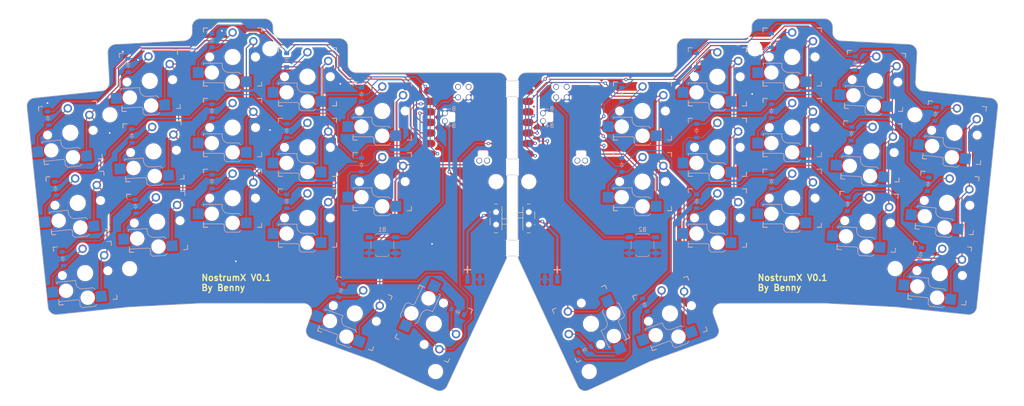
<source format=kicad_pcb>
(kicad_pcb (version 20240108) (generator "pcbnew") (generator_version "8.0")
  (title_block (title "nostrumX2") (rev "v1.0.0") (company "Unknown"))
  (layers (0 "F.Cu" signal) (31 "B.Cu" signal) (34 "B.Paste" user) (35 "F.Paste" user) (36 "B.SilkS" user "B.Silkscreen") (37 "F.SilkS" user "F.Silkscreen") (38 "B.Mask" user) (39 "F.Mask" user) (44 "Edge.Cuts" user))
  (net 0 "")
  (net 1 "C0")
  (net 2 "pinky_bottom")
  (net 3 "pinky_home")
  (net 4 "pinky_top")
  (net 5 "C1")
  (net 6 "ring_bottom")
  (net 7 "ring_home")
  (net 8 "ring_top")
  (net 9 "C2")
  (net 10 "middle_bottom")
  (net 11 "middle_home")
  (net 12 "middle_top")
  (net 13 "C3")
  (net 14 "index_bottom")
  (net 15 "index_home")
  (net 16 "index_top")
  (net 17 "C4")
  (net 18 "inner_bottom")
  (net 19 "inner_home")
  (net 20 "MC0")
  (net 21 "mirror_pinky_bottom")
  (net 22 "mirror_pinky_home")
  (net 23 "mirror_pinky_top")
  (net 24 "MC1")
  (net 25 "mirror_ring_bottom")
  (net 26 "mirror_ring_home")
  (net 27 "mirror_ring_top")
  (net 28 "MC2")
  (net 29 "mirror_middle_bottom")
  (net 30 "mirror_middle_home")
  (net 31 "mirror_middle_top")
  (net 32 "MC3")
  (net 33 "mirror_index_bottom")
  (net 34 "mirror_index_home")
  (net 35 "mirror_index_top")
  (net 36 "MC4")
  (net 37 "mirror_inner_bottom")
  (net 38 "mirror_inner_home")
  (net 39 "left_home")
  (net 40 "C5")
  (net 41 "right_home")
  (net 42 "mirror_left_home")
  (net 43 "MC5")
  (net 44 "mirror_right_home")
  (net 45 "R2")
  (net 46 "R1")
  (net 47 "R0")
  (net 48 "MR2")
  (net 49 "MR1")
  (net 50 "MR0")
  (net 51 "VIN")
  (net 52 "SWDIO")
  (net 53 "SWDCLK")
  (net 54 "RST")
  (net 55 "GND")
  (net 56 "P9")
  (net 57 "P10")
  (net 58 "RAW3V3")
  (net 59 "RAW5V")
  (net 60 "MVIN")
  (net 61 "MSWDIO")
  (net 62 "MSWDCLK")
  (net 63 "MRST")
  (net 64 "MGND")
  (net 65 "P0")
  (net 66 "P1")
  (net 67 "MRAW3V3")
  (net 68 "MRAW5V")
  (net 69 "pos")
  (net 70 "Mpos")
  (footprint "Library:Breakaway_Tabs_Med" (layer "F.Cu") (at 201.59 93.97 90)
    (property "Reference" "LH3")
    (property "Value" "Breakaway Tabs")
  )
  (footprint "SMDPad" (layer "F.Cu") (at 191.972891 101.510824)
    (property "Reference" "PAD1" (hide yes))
    (property "Value" "" (hide yes))
  )
  (footprint "PG1350" (layer "F.Cu") (at 305.545783 100 174)
    (property "Reference" "S15" (hide yes))
    (property "Value" "")
  )
  (footprint "MountingHole:MountingHole_3.2mm_M3" (layer "F.Cu") (at 184.295081 123.703531)
    (property "Reference" "REF**" (hide yes))
    (property "Value" "MountingHole_3.2mm_M3")
  )
  (footprint "PG1350" (layer "F.Cu") (at 171.472891 77.960824 180)
    (property "Reference" "S13" (hide yes))
    (property "Value" "")
  )
  (footprint "PG1350" (layer "F.Cu") (at 234.072891 77.960824 180)
    (property "Reference" "S27" (hide yes))
    (property "Value" "")
  )
  (footprint "PG1350" (layer "F.Cu") (at 183.868802 112.19513 65)
    (property "Reference" "S30" (hide yes))
    (property "Value" "")
  )
  (footprint "PG1350" (layer "F.Cu") (at 153.472892 69.710824 180)
    (property "Reference" "S11" (hide yes))
    (property "Value" "")
  )
  (footprint "PG1350" (layer "F.Cu") (at 116.438411 70.680606 -177)
    (property "Reference" "S5" (hide yes))
    (property "Value" "")
  )
  (footprint "Library:Breakaway_Tabs_Med" (layer "F.Cu") (at 203.99 74.42 90)
    (property "Reference" "RH2")
    (property "Value" "Breakaway Tabs")
  )
  (footprint "PG1350" (layer "F.Cu") (at 100 100 -174)
    (property "Reference" "S1" (hide yes))
    (property "Value" "")
  )
  (footprint "PG1350" (layer "F.Cu") (at 135.472892 64.948324 180)
    (property "Reference" "S8" (hide yes))
    (property "Value" "")
  )
  (footprint "MountingHole:MountingHole_3.2mm_M3" (layer "F.Cu") (at 105.962774 61.866779)
    (property "Reference" "Mount" (hide yes))
    (property "Value" "MountingHole_3.2mm_M3")
  )
  (footprint "PG1350" (layer "F.Cu") (at 115.5487 53.703904 -177)
    (property "Reference" "S6" (hide yes))
    (property "Value" "")
  )
  (footprint "PG1350" (layer "F.Cu") (at 309.099751 66.186256 174)
    (property "Reference" "S17" (hide yes))
    (property "Value" "")
  )
  (footprint "PG1350" (layer "F.Cu") (at 240.672891 109.710824 -160)
    (property "Reference" "S31" (hide yes))
    (property "Value" "")
  )
  (footprint "MountingHole:MountingHole_3.2mm_M3" (layer "F.Cu") (at 261.072891 45.948324)
    (property "Reference" "REF**" (hide yes))
    (property "Value" "MountingHole_3.2mm_M3")
  )
  (footprint "MountingHole:MountingHole_3.2mm_M3" (layer "F.Cu") (at 144.472892 45.948324)
    (property "Reference" "REF**" (hide yes))
    (property "Value" "MountingHole_3.2mm_M3")
  )
  (footprint "Library:Breakaway_Tabs_Med" (layer "F.Cu") (at 201.59 74.42 90)
    (property "Reference" "LH2")
    (property "Value" "Breakaway Tabs")
  )
  (footprint "MountingHole:MountingHole_3.2mm_M3" (layer "F.Cu") (at 221.250702 123.703531)
    (property "Reference" "REF**" (hide yes))
    (property "Value" "MountingHole_3.2mm_M3")
  )
  (footprint "PG1350" (layer "F.Cu") (at 153.472892 52.710824 180)
    (property "Reference" "S12" (hide yes))
    (property "Value" "")
  )
  (footprint "PG1350" (layer "F.Cu") (at 135.472892 81.948324 180)
    (property "Reference" "S7" (hide yes))
    (property "Value" "")
  )
  (footprint "PG1350" (layer "F.Cu") (at 117.328122 87.657308 -177)
    (property "Reference" "S4" (hide yes))
    (property "Value" "")
  )
  (footprint "PG1350" (layer "F.Cu") (at 288.217661 87.657308 177)
    (property "Reference" "S18" (hide yes))
    (property "Value" "")
  )
  (footprint "PG1350" (layer "F.Cu") (at 252.072891 86.710824 180)
    (property "Reference" "S24" (hide yes))
    (property "Value" "")
  )
  (footprint "PG1350" (layer "F.Cu") (at 164.872892 109.710824 160)
    (property "Reference" "S29" (hide yes))
    (property "Value" "")
  )
  (footprint "PG1350" (layer "F.Cu") (at 252.072891 69.710824 180)
    (property "Reference" "S25" (hide yes))
    (property "Value" "")
  )
  (footprint "Library:Breakaway_Tabs_Med" (layer "F.Cu") (at 201.59 55.61375 90)
    (property "Reference" "LH1")
    (property "Value" "Breakaway Tabs")
  )
  (footprint "SMDPad" (layer "F.Cu") (at 210.572891 101.510824)
    (property "Reference" "PAD4" (hide yes))
    (property "Value" "" (hide yes))
  )
  (footprint "PG1350" (layer "F.Cu") (at 289.107372 70.680606 177)
    (property "Reference" "S19" (hide yes))
    (property "Value" "")
  )
  (footprint "PG1350" (layer "F.Cu") (at 252.072891 52.710824 180)
    (property "Reference" "S26" (hide yes))
    (property "Value" "")
  )
  (footprint "PG1350" (layer "F.Cu") (at 153.472892 86.710824 180)
    (property "Reference" "S10" (hide yes))
    (property "Value" "")
  )
  (footprint "xxLib:MCU_xiao-ble-smd" (layer "F.Cu") (at 190.972891 63.710824)
    (property "Reference" "" (hide yes))
    (property "Value" "" (hide yes))
    (fp_line (start -4.655408 -0.774208) (end -4.655408 -1.815608) (stroke (width 0.12)) (layer "Edge.Cuts"))
    (fp_line (start -3.969608 -2.501408) (end -2.369408 -2.501408) (stroke (width 0.12)) (layer "Edge.Cuts"))
    (fp_line (start -2.369408 -0.088408) (end -3.969608 -0.088408) (stroke (width 0.12)) (layer "Edge.Cuts"))
    (fp_line (start -1.988408 -2.120408) (end -1.988408 -0.469408) (stroke (width 0.12)) (layer "Edge.Cuts"))
    (fp_line (start -1.530247 -6.470047) (end -1.530247 -8.146447) (stroke (width 0.12)) (layer "Edge.Cuts"))
    (fp_line (start -0.844447 -8.832247) (end 0.831953 -8.832247) (stroke (width 0.12)) (layer "Edge.Cuts"))
    (fp_line (start -0.844447 -5.784247) (end 0.831953 -5.784247) (stroke (width 0.12)) (layer "Edge.Cuts"))
    (fp_line (start 1.517753 -6.470047) (end 1.517753 -8.146447) (stroke (width 0.12)) (layer "Edge.Cuts"))
    (fp_line (start 3.530592 8.732609) (end 3.530592 7.132409) (stroke (width 0.12)) (layer "Edge.Cuts"))
    (fp_line (start 3.911592 6.751409) (end 5.562592 6.751409) (stroke (width 0.12)) (layer "Edge.Cuts"))
    (fp_line (start 5.257792 9.418409) (end 4.216392 9.418409) (stroke (width 0.12)) (layer "Edge.Cuts"))
    (fp_line (start 5.943592 7.132409) (end 5.943592 8.732609) (stroke (width 0.12)) (layer "Edge.Cuts"))
    (fp_arc (start -4.655408 -0.774208) (mid -4.051799 -0.692017) (end -3.969608 -0.088408) (stroke (width 0.12)) (layer "Edge.Cuts"))
    (fp_arc (start -3.969608 -2.501408) (mid -4.051799 -1.897799) (end -4.655408 -1.815608) (stroke (width 0.12)) (layer "Edge.Cuts"))
    (fp_arc (start -2.369408 -2.501408) (mid -2.100001 -2.389815) (end -1.988408 -2.120408) (stroke (width 0.12)) (layer "Edge.Cuts"))
    (fp_arc (start -1.988408 -0.469408) (mid -2.1 -0.2) (end -2.369408 -0.088408) (stroke (width 0.12)) (layer "Edge.Cuts"))
    (fp_arc (start -1.530247 -6.470047) (mid -0.926638 -6.387856) (end -0.844447 -5.784247) (stroke (width 0.12)) (layer "Edge.Cuts"))
    (fp_arc (start -0.844447 -8.832247) (mid -0.926638 -8.228638) (end -1.530247 -8.146447) (stroke (width 0.12)) (layer "Edge.Cuts"))
    (fp_arc (start 0.831953 -5.784247) (mid 0.914144 -6.387856) (end 1.517753 -6.470047) (stroke (width 0.12)) (layer "Edge.Cuts"))
    (fp_arc (start 1.517753 -8.146447) (mid 0.914141 -8.22864) (end 0.831953 -8.832247) (stroke (width 0.12)) (layer "Edge.Cuts"))
    (fp_arc (start 3.530592 7.132409) (mid 3.642181 6.862993) (end 3.911592 6.751409) (stroke (width 0.12)) (layer "Edge.Cuts"))
    (fp_arc (start 3.530592 8.732609) (mid 4.134204 8.814796) (end 4.216392 9.418409) (stroke (width 0.12)) (layer "Edge.Cuts"))
    (fp_arc (start 5.257792 9.418409) (mid 5.339985 8.814805) (end 5.943592 8.732609) (stroke (width 0.12)) (layer "Edge.Cuts"))
    (fp_arc (start 5.562592 6.751409) (mid 5.832002 6.862999) (end 5.943592 7.132409) (stroke (width 0.12)) (layer "Edge.Cuts"))
  )
  (footprint "MountingHole:MountingHole_3.2mm_M3" (layer "F.Cu") (at 198.832891 77.960824)
    (property "Reference" "REF**" (hide yes))
    (property "Value" "MountingHole_3.2mm_M3")
  )
  (footprint "Library:Breakaway_Tabs_Med" (layer "F.Cu") (at 203.96 55.61375 90)
    (property "Reference" "RH1")
    (property "Value" "Breakaway Tabs")
  )
  (footprint "MountingHole:MountingHole_3.2mm_M3" (layer "F.Cu") (at 299.583008 61.866779)
    (property "Reference" "REF**" (hide yes))
    (property "Value" "MountingHole_3.2mm_M3")
  )
  (footprint "PG1350" (layer "F.Cu") (at 98.223016 83.093128 -174)
    (property "Reference" "S2" (hide yes))
    (property "Value" "")
  )
  (footprint "PG1350" (layer "F.Cu") (at 270.072891 64.948324 180)
    (property "Reference" "S22" (hide yes))
    (property "Value" "")
  )
  (footprint "xxLib:MCU_xiao-ble-smd" (layer "F.Cu") (at 214.572891 63.710824)
    (property "Reference" "" (hide yes))
    (property "Value" "" (hide yes))
    (fp_line (start -4.655408 -0.774208) (end -4.655408 -1.815608) (stroke (width 0.12)) (layer "Edge.Cuts"))
    (fp_line (start -3.969608 -2.501408) (end -2.369408 -2.501408) (stroke (width 0.12)) (layer "Edge.Cuts"))
    (fp_line (start -2.369408 -0.088408) (end -3.969608 -0.088408) (stroke (width 0.12)) (layer "Edge.Cuts"))
    (fp_line (start -1.988408 -2.120408) (end -1.988408 -0.469408) (stroke (width 0.12)) (layer "Edge.Cuts"))
    (fp_line (start -1.530247 -6.470047) (end -1.530247 -8.146447) (stroke (width 0.12)) (layer "Edge.Cuts"))
    (fp_line (start -0.844447 -8.832247) (end 0.831953 -8.832247) (stroke (width 0.12)) (layer "Edge.Cuts"))
    (fp_line (start -0.844447 -5.784247) (end 0.831953 -5.784247) (stroke (width 0.12)) (layer "Edge.Cuts"))
    (fp_line (start 1.517753 -6.470047) (end 1.517753 -8.146447) (stroke (width 0.12)) (layer "Edge.Cuts"))
    (fp_line (start 3.530592 8.732609) (end 3.530592 7.132409) (stroke (width 0.12)) (layer "Edge.Cuts"))
    (fp_line (start 3.911592 6.751409) (end 5.562592 6.751409) (stroke (width 0.12)) (layer "Edge.Cuts"))
    (fp_line (start 5.257792 9.418409) (end 4.216392 9.418409) (stroke (width 0.12)) (layer "Edge.Cuts"))
    (fp_line (start 5.943592 7.132409) (end 5.943592 8.732609) (stroke (width 0.12)) (layer "Edge.Cuts"))
    (fp_arc (start -4.655408 -0.774208) (mid -4.051799 -0.692017) (end -3.969608 -0.088408) (stroke (width 0.12)) (layer "Edge.Cuts"))
    (fp_arc (start -3.969608 -2.501408) (mid -4.051799 -1.897799) (end -4.655408 -1.815608) (stroke (width 0.12)) (layer "Edge.Cuts"))
    (fp_arc (start -2.369408 -2.501408) (mid -2.100001 -2.389815) (end -1.988408 -2.120408) (stroke (width 0.12)) (layer "Edge.Cuts"))
    (fp_arc (start -1.988408 -0.469408) (mid -2.1 -0.2) (end -2.369408 -0.088408) (stroke (width 0.12)) (layer "Edge.Cuts"))
    (fp_arc (start -1.530247 -6.470047) (mid -0.926638 -6.387856) (end -0.844447 -5.784247) (stroke (width 0.12)) (layer "Edge.Cuts"))
    (fp_arc (start -0.844447 -8.832247) (mid -0.926638 -8.228638) (end -1.530247 -8.146447) (stroke (width 0.12)) (layer "Edge.Cuts"))
    (fp_arc (start 0.831953 -5.784247) (mid 0.914144 -6.387856) (end 1.517753 -6.470047) (stroke (width 0.12)) (layer "Edge.Cuts"))
    (fp_arc (start 1.517753 -8.146447) (mid 0.914141 -8.22864) (end 0.831953 -8.832247) (stroke (width 0.12)) (layer "Edge.Cuts"))
    (fp_arc (start 3.530592 7.132409) (mid 3.642181 6.862993) (end 3.911592 6.751409) (stroke (width 0.12)) (layer "Edge.Cuts"))
    (fp_arc (start 3.530592 8.732609) (mid 4.134204 8.814796) (end 4.216392 9.418409) (stroke (width 0.12)) (layer "Edge.Cuts"))
    (fp_arc (start 5.257792 9.418409) (mid 5.339985 8.814805) (end 5.943592 8.732609) (stroke (width 0.12)) (layer "Edge.Cuts"))
    (fp_arc (start 5.562592 6.751409) (mid 5.832002 6.862999) (end 5.943592 7.132409) (stroke (width 0.12)) (layer "Edge.Cuts"))
  )
  (footprint "PG1350" (layer "F.Cu") (at 289.997083 53.703904 177)
    (property "Reference" "S20" (hide yes))
    (property "Value" "")
  )
  (footprint "Library:Breakaway_Tabs_Med" (layer "F.Cu") (at 203.99 93.97 90)
    (property "Reference" "RH3")
    (property "Value" "Breakaway Tabs")
  )
  (footprint "SMDPad" (layer "F.Cu") (at 194.972891 101.510824)
    (property "Reference" "PAD2" (hide yes))
    (property "Value" "" (hide yes))
  )
  (footprint "MountingHole:MountingHole_3.2mm_M3" (layer "F.Cu") (at 206.712891 77.960824)
    (property "Reference" "REF**" (hide yes))
    (property "Value" "MountingHole_3.2mm_M3")
  )
  (footprint "PG1350" (layer "F.Cu") (at 171.472891 60.960824 180)
    (property "Reference" "S14" (hide yes))
    (property "Value" "")
  )
  (footprint "MountingHole:MountingHole_3.2mm_M3" (layer "F.Cu") (at 110.708452 98.919189)
    (property "Reference" "REF**" (hide yes))
    (property "Value" "MountingHole_3.2mm_M3")
  )
  (footprint "PG1350" (layer "F.Cu") (at 221.67698 112.19513 -65)
    (property "Reference" "S32" (hide yes))
    (property "Value" "")
  )
  (footprint "Button_Switch_SMD:SW_SPDT_PCM12" (layer "F.Cu") (at 198.522891 86.810824 90)
    (property "Reference" "SW1" (hide yes))
    (property "Value" "")
  )
  (footprint "PG1350" (layer "F.Cu") (at 307.322767 83.093128 174)
    (property "Reference" "S16" (hide yes))
    (property "Value" "")
  )
  (footprint "PG1350" (layer "F.Cu") (at 135.472892 47.948324 180)
    (property "Reference" "S9" (hide yes))
    (property "Value" "")
  )
  (footprint "PG1350" (layer "F.Cu") (at 270.072891 81.948324 180)
    (property "Reference" "S21" (hide yes))
    (property "Value" "")
  )
  (footprint "PG1350" (layer "F.Cu") (at 96.446032 66.186256 -174)
    (property "Reference" "S3" (hide yes))
    (property "Value" "")
  )
  (footprint "SMDPad" (layer "F.Cu") (at 213.572891 101.510824)
    (property "Reference" "PAD3" (hide yes))
    (property "Value" "" (hide yes))
  )
  (footprint "Button_Switch_SMD:SW_SPDT_PCM12" (layer "F.Cu") (at 207.022891 86.810824 -90)
    (property "Reference" "SW2" (hide yes))
    (property "Value" "")
  )
  (footprint "PG1350" (layer "F.Cu") (at 234.072891 60.960824 180)
    (property "Reference" "S28" (hide yes))
    (property "Value" "")
  )
  (footprint "MountingHole:MountingHole_3.2mm_M3" (layer "F.Cu") (at 294.837331 98.919189)
    (property "Reference" "REF**" (hide yes))
    (property "Value" "MountingHole_3.2mm_M3")
  )
  (footprint "PG1350" (layer "F.Cu") (at 270.072891 47.948324 180)
    (property "Reference" "S23" (hide yes))
    (property "Value" "")
  )
  (footprint "Button_Switch_SMD:SW_SPST_TL3342" (layer "B.Cu") (at 171.472891 93.260824 180)
    (property "Reference" "B1")
    (property "Value" "")
  )
  (footprint "ComboDiode" (layer "B.Cu") (at 189.607125 109.354064 155)
    (property "Reference" "D16" (hide yes))
    (property "Value" "")
  )
  (footprint "ComboDiode" (layer "B.Cu") (at 166.472891 73.960824 -90)
    (property "Reference" "D13" (hide yes))
    (property "Value" "")
  )
  (footprint "ComboDiode" (layer "B.Cu") (at 304.545255 61.685526 -96)
    (property "Reference" "D19" (hide yes))
    (property "Value" "")
  )
  (footprint "ComboDiode" (layer "B.Cu") (at 91.055309 62.73081 -84)
    (property "Reference" "D3" (hide yes))
    (property "Value" "")
  )
  (footprint "ComboDiode" (layer "B.Cu") (at 148.472892 65.710824 -90)
    (property "Reference" "D11" (hide yes))
    (property "Value" "")
  )
  (footprint "ComboDiode" (layer "B.Cu") (at 302.768271 78.592398 -96)
    (property "Reference" "D18" (hide yes))
    (property "Value" "")
  )
  (footprint "ComboDiode" (layer "B.Cu") (at 220.164841 118.417142 25)
    (property "Reference" "D32" (hide yes))
    (property "Value" "")
  )
  (footprint "ComboDiode" (layer "B.Cu") (at 285.213279 49.447706 -93)
    (property "Reference" "D22" (hide yes))
    (property "Value" "")
  )
  (footprint "ComboDiode" (layer "B.Cu") (at 130.472892 43.948324 -90)
    (property "Reference" "D9" (hide yes))
    (property "Value" "")
  )
  (footprint "ComboDiode" (layer "B.Cu") (at 148.472892 48.710824 -90)
    (property "Reference" "D12" (hide yes))
    (property "Value" "")
  )
  (footprint "ComboDiode" (layer "B.Cu") (at 229.072891 56.960824 -90)
    (property "Reference" "D30" (hide yes))
    (property "Value" "")
  )
  (footprint "ComboDiode" (layer "B.Cu") (at 265.072891 60.948324 -90)
    (property "Reference" "D24" (hide yes))
    (property "Value" "")
  )
  (footprint "ComboDiode" (layer "B.Cu") (at 247.072891 48.710824 -90)
    (property "Reference" "D28" (hide yes))
    (property "Value" "")
  )
  (footprint "ComboDiode" (layer "B.Cu") (at 265.072891 43.948324 -90)
    (property "Reference" "D25" (hide yes))
    (property "Value" "")
  )
  (footprint "ComboDiode" (layer "B.Cu") (at 247.072891 65.710824 -90)
    (property "Reference" "D27" (hide yes))
    (property "Value" "")
  )
  (footprint "ComboDiode" (layer "B.Cu") (at 148.472892 82.710824 -90)
    (property "Reference" "D10" (hide yes))
    (property "Value" "")
  )
  (footprint "ComboDiode" (layer "B.Cu") (at 284.323568 66.424408 -93)
    (property "Reference" "D21" (hide yes))
    (property "Value" "")
  )
  (footprint "ComboDiode" (layer "B.Cu") (at 234.606348 107.662154 -70)
    (property "Reference" "D31" (hide yes))
    (property "Value" "")
  )
  (footprint "ComboDiode" (layer "B.Cu") (at 265.072891 77.948324 -90)
    (property "Reference" "D23" (hide yes))
    (property "Value" "")
  )
  (footprint "ComboDiode" (layer "B.Cu") (at 94.609277 96.544555 -84)
    (property "Reference" "D1" (hide yes))
    (property "Value" "")
  )
  (footprint "ComboDiode" (layer "B.Cu") (at 229.072891 73.960824 -90)
    (property "Reference" "D29" (hide yes))
    (property "Value" "")
  )
  (footprint "ComboDiode" (layer "B.Cu") (at 166.472891 56.960824 -90)
    (property "Reference" "D14" (hide yes))
    (property "Value" "")
  )
  (footprint "ComboDiode" (layer "B.Cu") (at 92.832293 79.637683 -84)
    (property "Reference" "D2" (hide yes))
    (property "Value" "")
  )
  (footprint "ComboDiode" (layer "B.Cu") (at 110.346208 49.971066 -87)
    (property "Reference" "D6" (hide yes))
    (property "Value" "")
  )
  (footprint "ComboDiode" (layer "B.Cu") (at 247.072891 82.710824 -90)
    (property "Reference" "D26" (hide yes))
    (property "Value" "")
  )
  (footprint "ComboDiode" (layer "B.Cu") (at 300.991287 95.49927 -96)
    (property "Reference" "D17" (hide yes))
    (property "Value" "")
  )
  (footprint "ComboDiode" (layer "B.Cu") (at 130.472892 77.948324 -90)
    (property "Reference" "D7" (hide yes))
    (property "Value" "")
  )
  (footprint "ComboDiode" (layer "B.Cu") (at 161.542509 104.241953 -110)
    (property "Reference" "D15" (hide yes))
    (property "Value" "")
  )
  (footprint "Button_Switch_SMD:SW_SPST_TL3342" (layer "B.Cu") (at 234.072891 93.260824 180)
    (property "Reference" "B2")
    (property "Value" "")
  )
  (footprint "ComboDiode" (layer "B.Cu") (at 111.235919 66.947768 -87)
    (property "Reference" "D5" (hide yes))
    (property "Value" "")
  )
  (footprint "ComboDiode" (layer "B.Cu") (at 112.125631 83.92447 -87)
    (property "Reference" "D4" (hide yes))
    (property "Value" "")
  )
  (footprint "ComboDiode" (layer "B.Cu") (at 130.472892 60.948324 -90)
    (property "Reference" "D8" (hide yes))
    (property "Value" "")
  )
  (footprint "ComboDiode" (layer "B.Cu") (at 283.433857 83.40111 -93)
    (property "Reference" "D20" (hide yes))
    (property "Value" "")
  )
  (gr_line (start 221.128559 128.173998) (end 235.765199 121.348821) (stroke (width 0.15)) (layer "Edge.Cuts"))
  (gr_line (start 317.986244 74.912953) (end 319.55417 59.995124) (stroke (width 0.15)) (layer "Edge.Cuts"))
  (gr_arc (start 242.322891 49.710824) (mid 241.737105 51.125038) (end 240.322891 51.710824) (stroke (width 0.15)) (layer "Edge.Cuts"))
  (gr_arc (start 143.222892 38.698324) (mid 144.637106 39.28411) (end 145.222892 40.698324) (stroke (width 0.15)) (layer "Edge.Cuts"))
  (gr_arc (start 127.515464 107.301065) (mid 127.567782 107.299009) (end 127.620136 107.298324) (stroke (width 0.15)) (layer "Edge.Cuts"))
  (gr_arc (start 199.472891 51.710824) (mid 200.887105 52.29661) (end 201.472891 53.710824) (stroke (width 0.15)) (layer "Edge.Cuts"))
  (gr_arc (start 85.991613 59.995124) (mid 86.426365 58.527427) (end 87.771599 57.797024) (stroke (width 0.15)) (layer "Edge.Cuts"))
  (gr_line (start 201.48 72.51) (end 204.06 72.51) (stroke (width 0.15)) (layer "Edge.Cuts"))
  (gr_line (start 89.388787 92.317086) (end 91.061243 108.229436) (stroke (width 0.15)) (layer "Edge.Cuts"))
  (gr_arc (start 93.259344 110.009423) (mid 91.791646 109.574671) (end 91.061243 108.229436) (stroke (width 0.15)) (layer "Edge.Cuts"))
  (gr_circle (center 221.250702 123.703531) (end 222.800702 123.703531) (stroke (width 0.15)) (fill none) (layer "Edge.Cuts"))
  (gr_arc (start 204.072891 53.710824) (mid 204.658677 52.29661) (end 206.072891 51.710824) (stroke (width 0.15)) (layer "Edge.Cuts"))
  (gr_line (start 125.722892 42.010074) (end 125.722892 40.698324) (stroke (width 0.15)) (layer "Edge.Cuts"))
  (gr_line (start 278.030318 107.301065) (end 294.907148 108.185542) (stroke (width 0.15)) (layer "Edge.Cuts"))
  (gr_arc (start 252.314541 113.188899) (mid 252.247771 114.718176) (end 251.119195 115.752325) (stroke (width 0.15)) (layer "Edge.Cuts"))
  (gr_line (start 105.432626 46.974115) (end 105.800644 53.996326) (stroke (width 0.15)) (layer "Edge.Cuts"))
  (gr_line (start 262.322891 38.698324) (end 277.822891 38.698324) (stroke (width 0.15)) (layer "Edge.Cuts"))
  (gr_arc (start 251.148731 109.985864) (mid 251.389812 108.154671) (end 253.028116 107.301824) (stroke (width 0.15)) (layer "Edge.Cuts"))
  (gr_circle (center 299.583008 61.866779) (end 301.133008 61.866779) (stroke (width 0.15)) (fill none) (layer "Edge.Cuts"))
  (gr_line (start 127.722892 38.698324) (end 143.222892 38.698324) (stroke (width 0.15)) (layer "Edge.Cuts"))
  (gr_line (start 187.075076 127.206619) (end 201.285507 96.732251) (stroke (width 0.15)) (layer "Edge.Cuts"))
  (gr_line (start 316.20926 91.819825) (end 316.156995 92.317086) (stroke (width 0.15)) (layer "Edge.Cuts"))
  (gr_arc (start 187.075075 127.206619) (mid 185.9465 128.240767) (end 184.417224 128.173998) (stroke (width 0.15)) (layer "Edge.Cuts"))
  (gr_line (start 295.011533 108.193757) (end 312.286439 110.009423) (stroke (width 0.15)) (layer "Edge.Cuts"))
  (gr_line (start 317.986244 74.912953) (end 317.933979 75.410214) (stroke (width 0.15)) (layer "Edge.Cuts"))
  (gr_arc (start 105.800644 53.996326) (mid 105.324197 55.399894) (end 104.012442 56.090042) (stroke (width 0.15)) (layer "Edge.Cuts"))
  (gr_circle (center 184.295081 123.703531) (end 185.845081 123.703531) (stroke (width 0.15)) (fill none) (layer "Edge.Cuts"))
  (gr_line (start 261.822891 107.298324) (end 277.925646 107.298324) (stroke (width 0.15)) (layer "Edge.Cuts"))
  (gr_arc (start 147.222892 43.460824) (mid 145.808678 42.875038) (end 145.222892 41.460824) (stroke (width 0.15)) (layer "Edge.Cuts"))
  (gr_line (start 260.322891 41.460824) (end 260.322891 40.698324) (stroke (width 0.15)) (layer "Edge.Cuts"))
  (gr_line (start 281.718219 44.007333) (end 298.22057 44.872184) (stroke (width 0.15)) (layer "Edge.Cuts"))
  (gr_line (start 301.53334 56.090042) (end 317.774184 57.797024) (stroke (width 0.15)) (layer "Edge.Cuts"))
  (gr_circle (center 206.712891 77.960824) (end 208.262891 77.960824) (stroke (width 0.15)) (fill none) (layer "Edge.Cuts"))
  (gr_line (start 204.06 72.51) (end 204.06 57.51) (stroke (width 0.15)) (layer "Edge.Cuts"))
  (gr_arc (start 201.472891 95.887014) (mid 201.425483 96.319893) (end 201.285507 96.732251) (stroke (width 0.15)) (layer "Edge.Cuts"))
  (gr_line (start 87.611804 75.410214) (end 87.559539 74.912953) (stroke (width 0.15)) (layer "Edge.Cuts"))
  (gr_arc (start 260.322891 41.460824) (mid 259.737105 42.875038) (end 258.322891 43.460824) (stroke (width 0.15)) (layer "Edge.Cuts"))
  (gr_line (start 145.222892 40.698324) (end 145.222892 41.460824) (stroke (width 0.15)) (layer "Edge.Cuts"))
  (gr_line (start 201.472891 95.887014) (end 204.072891 95.887014) (stroke (width 0.15)) (layer "Edge.Cuts"))
  (gr_arc (start 301.53334 56.090042) (mid 300.221585 55.399894) (end 299.745138 53.996326) (stroke (width 0.15)) (layer "Edge.Cuts"))
  (gr_line (start 279.822891 40.698324) (end 279.822891 42.010074) (stroke (width 0.15)) (layer "Edge.Cuts"))
  (gr_circle (center 294.837331 98.919189) (end 296.387331 98.919189) (stroke (width 0.15)) (fill none) (layer "Edge.Cuts"))
  (gr_line (start 107.325213 44.872184) (end 123.827564 44.007333) (stroke (width 0.15)) (layer "Edge.Cuts"))
  (gr_line (start 251.148731 109.985864) (end 252.31454 113.188899) (stroke (width 0.15)) (layer "Edge.Cuts"))
  (gr_circle (center 261.072891 45.948324) (end 262.622891 45.948324) (stroke (width 0.15)) (fill none) (layer "Edge.Cuts"))
  (gr_arc (start 298.22057 44.872184) (mid 299.602188 45.531182) (end 300.113157 46.974115) (stroke (width 0.15)) (layer "Edge.Cuts"))
  (gr_line (start 165.222892 51.710824) (end 199.472891 51.710824) (stroke (width 0.15)) (layer "Edge.Cuts"))
  (gr_circle (center 110.708452 98.919189) (end 112.258451 98.919189) (stroke (width 0.15)) (fill none) (layer "Edge.Cuts"))
  (gr_line (start 261.822891 107.298324) (end 261.822891 107.301824) (stroke (width 0.15)) (layer "Edge.Cuts"))
  (gr_line (start 201.472891 76.337014) (end 201.472891 92.06) (stroke (width 0.15)) (layer "Edge.Cuts"))
  (gr_line (start 89.388787 92.317086) (end 89.336523 91.819825) (stroke (width 0.15)) (layer "Edge.Cuts"))
  (gr_arc (start 277.925646 107.298324) (mid 277.978 107.299009) (end 278.030318 107.301065) (stroke (width 0.15)) (layer "Edge.Cuts"))
  (gr_arc (start 204.260275 96.732252) (mid 204.120298 96.319894) (end 204.072891 95.887015) (stroke (width 0.15)) (layer "Edge.Cuts"))
  (gr_line (start 253.028116 107.301824) (end 261.822891 107.301824) (stroke (width 0.15)) (layer "Edge.Cuts"))
  (gr_line (start 143.722892 107.301824) (end 152.517666 107.301824) (stroke (width 0.15)) (layer "Edge.Cuts"))
  (gr_line (start 147.222892 43.460824) (end 161.222892 43.460824) (stroke (width 0.15)) (layer "Edge.Cuts"))
  (gr_arc (start 277.822891 38.698324) (mid 279.237105 39.28411) (end 279.822891 40.698324) (stroke (width 0.15)) (layer "Edge.Cuts"))
  (gr_circle (center 198.832891 77.960824) (end 200.382891 77.960824) (stroke (width 0.15)) (fill none) (layer "Edge.Cuts"))
  (gr_arc (start 161.222892 43.460824) (mid 162.637106 44.04661) (end 163.222892 45.460824) (stroke (width 0.15)) (layer "Edge.Cuts"))
  (gr_arc (start 165.222892 51.710824) (mid 163.808678 51.125038) (end 163.222892 49.710824) (stroke (width 0.15)) (layer "Edge.Cuts"))
  (gr_line (start 314.48454 108.229436) (end 316.156995 92.317086) (stroke (width 0.15)) (layer "Edge.Cuts"))
  (gr_line (start 87.771599 57.797024) (end 104.012442 56.090042) (stroke (width 0.15)) (layer "Edge.Cuts"))
  (gr_arc (start 169.619388 121.282051) (mid 169.700715 121.313677) (end 169.780584 121.348821) (stroke (width 0.15)) (layer "Edge.Cuts"))
  (gr_line (start 206.072891 51.710824) (end 240.322891 51.710824) (stroke (width 0.15)) (layer "Edge.Cuts"))
  (gr_arc (start 294.907148 108.185542) (mid 294.959394 108.188966) (end 295.011533 108.193757) (stroke (width 0.15)) (layer "Edge.Cuts"))
  (gr_arc (start 317.774184 57.797024) (mid 319.119418 58.527427) (end 319.55417 59.995124) (stroke (width 0.15)) (layer "Edge.Cuts"))
  (gr_arc (start 152.517666 107.301823) (mid 154.155971 108.15467) (end 154.397052 109.985864) (stroke (width 0.15)) (layer "Edge.Cuts"))
  (gr_line (start 153.231242 113.188899) (end 154.397052 109.985864) (stroke (width 0.15)) (layer "Edge.Cuts"))
  (gr_line (start 204.06 92.06) (end 204.06 76.337014) (stroke (width 0.15)) (layer "Edge.Cuts"))
  (gr_line (start 201.48 57.51) (end 201.48 72.51) (stroke (width 0.15)) (layer "Edge.Cuts"))
  (gr_line (start 201.472891 53.710824) (end 204.072891 53.710824) (stroke (width 0.15)) (layer "Edge.Cuts"))
  (gr_line (start 235.926395 121.282052) (end 251.119195 115.752325) (stroke (width 0.15)) (layer "Edge.Cuts"))
  (gr_line (start 127.620136 107.298324) (end 143.722892 107.298324) (stroke (width 0.15)) (layer "Edge.Cuts"))
  (gr_arc (start 105.432626 46.974115) (mid 105.943595 45.531182) (end 107.325213 44.872184) (stroke (width 0.15)) (layer "Edge.Cuts"))
  (gr_arc (start 221.128559 128.173999) (mid 219.599282 128.240768) (end 218.470707 127.206619) (stroke (width 0.15)) (layer "Edge.Cuts"))
  (gr_arc (start 260.322891 40.698324) (mid 260.908677 39.28411) (end 262.322891 38.698324) (stroke (width 0.15)) (layer "Edge.Cuts"))
  (gr_arc (start 154.426588 115.752325) (mid 153.298012 114.718176) (end 153.231242 113.188899) (stroke (width 0.15)) (layer "Edge.Cuts"))
  (gr_arc (start 125.722892 42.010074) (mid 125.173641 43.386783) (end 123.827564 44.007333) (stroke (width 0.15)) (layer "Edge.Cuts"))
  (gr_line (start 143.722892 107.301824) (end 143.722892 107.298324) (stroke (width 0.15)) (layer "Edge.Cuts"))
  (gr_line (start 201.48 92.06) (end 204.06 92.06) (stroke (width 0.15)) (layer "Edge.Cuts"))
  (gr_circle (center 144.472892 45.948324) (end 146.022892 45.948324) (stroke (width 0.15)) (fill none) (layer "Edge.Cuts"))
  (gr_line (start 201.48 57.51) (end 204.06 57.51) (stroke (width 0.15)) (layer "Edge.Cuts"))
  (gr_line (start 87.611804 75.410214) (end 89.336523 91.819825) (stroke (width 0.15)) (layer "Edge.Cuts"))
  (gr_arc (start 281.718219 44.007333) (mid 280.372142 43.386783) (end 279.822891 42.010074) (stroke (width 0.15)) (layer "Edge.Cuts"))
  (gr_arc (start 235.765199 121.348822) (mid 235.845069 121.313679) (end 235.926395 121.282052) (stroke (width 0.15)) (layer "Edge.Cuts"))
  (gr_arc (start 314.48454 108.229436) (mid 313.754137 109.574671) (end 312.286439 110.009423) (stroke (width 0.15)) (layer "Edge.Cuts"))
  (gr_line (start 169.780584 121.348821) (end 184.417224 128.173998) (stroke (width 0.15)) (layer "Edge.Cuts"))
  (gr_line (start 204.260276 96.732251) (end 218.470707 127.206619) (stroke (width 0.15)) (layer "Edge.Cuts"))
  (gr_line (start 242.322891 49.710824) (end 242.322891 45.460824) (stroke (width 0.15)) (layer "Edge.Cuts"))
  (gr_line (start 93.259344 110.009423) (end 110.53425 108.193757) (stroke (width 0.15)) (layer "Edge.Cuts"))
  (gr_line (start 154.426587 115.752325) (end 169.619388 121.282052) (stroke (width 0.15)) (layer "Edge.Cuts"))
  (gr_arc (start 110.53425 108.193757) (mid 110.586389 108.188966) (end 110.638635 108.185542) (stroke (width 0.15)) (layer "Edge.Cuts"))
  (gr_arc (start 242.322891 45.460824) (mid 242.908677 44.04661) (end 244.322891 43.460824) (stroke (width 0.15)) (layer "Edge.Cuts"))
  (gr_line (start 201.472891 76.337014) (end 204.06 76.337014) (stroke (width 0.15)) (layer "Edge.Cuts"))
  (gr_arc (start 125.722892 40.698324) (mid 126.308678 39.28411) (end 127.722892 38.698324) (stroke (width 0.15)) (layer "Edge.Cuts"))
  (gr_line (start 110.638635 108.185542) (end 127.515464 107.301065) (stroke (width 0.15)) (layer "Edge.Cuts"))
  (gr_line (start 299.745138 53.996326) (end 300.113157 46.974115) (stroke (width 0.15)) (layer "Edge.Cuts"))
  (gr_line (start 244.322891 43.460824) (end 258.322891 43.460824) (stroke (width 0.15)) (layer "Edge.Cuts"))
  (gr_line (start 316.20926 91.819825) (end 317.933979 75.410214) (stroke (width 0.15)) (layer "Edge.Cuts"))
  (gr_line (start 85.991612 59.995124) (end 87.559539 74.912953) (stroke (width 0.15)) (layer "Edge.Cuts"))
  (gr_line (start 163.222892 45.460824) (end 163.222892 49.710824) (stroke (width 0.15)) (layer "Edge.Cuts"))
  (gr_text "+" (at 215 100.2 0) (layer "B.SilkS") (effects (font (size 2 2) (thickness 0.3) (bold yes)) (justify left bottom mirror)))
  (gr_text "+" (at 193.4 100.2 0) (layer "B.SilkS") (effects (font (size 2 2) (thickness 0.3) (bold yes)) (justify left bottom mirror)))
  (gr_text "NostrumX V0.1\nBy Benny" (at 127.8 104.4 0) (layer "F.SilkS") (effects (font (size 1.5 1.5) (thickness 0.3) (bold yes)) (justify left bottom)))
  (gr_text "NostrumX V0.1\nBy Benny" (at 261.6 104.4 0) (layer "F.SilkS") (effects (font (size 1.5 1.5) (thickness 0.3) (bold yes)) (justify left bottom)))
  (segment (start 161.95 47.45) (end 159.5 45) (width 0.25) (layer "F.Cu") (net 1))
  (segment (start 163.7 52.75) (end 161.95 51) (width 0.25) (layer "F.Cu") (net 1))
  (segment (start 179.7 62.45) (end 179.7 55.677208) (width 0.25) (layer "F.Cu") (net 1))
  (segment (start 103.75 77.839718) (end 102.798417 78.791301) (width 0.25) (layer "F.Cu") (net 1))
  (segment (start 131.5 39.5) (end 125.25 45.75) (width 0.25) (layer "F.Cu") (net 1))
  (segment (start 103.75 64.612996) (end 103.75 77.839718) (width 0.25) (layer "F.Cu") (net 1))
  (segment (start 102.798417 78.791301) (end 105.25 81.242884) (width 0.25) (layer "F.Cu") (net 1))
  (segment (start 105.25 95.023574) (end 104.575401 95.698173) (width 0.25) (layer "F.Cu") (net 1))
  (segment (start 182.402931 63.710824) (end 180.960824 63.710824) (width 0.25) (layer "F.Cu") (net 1))
  (segment (start 108 54.905862) (end 101.021433 61.884429) (width 0.25) (layer "F.Cu") (net 1))
  (segment (start 180.960824 63.710824) (end 179.7 62.45) (width 0.25) (layer "F.Cu") (net 1))
  (segment (start 179.7 55.677208) (end 176.772792 52.75) (width 0.25) (layer "F.Cu") (net 1))
  (segment (start 161.95 51) (end 161.95 47.45) (width 0.25) (layer "F.Cu") (net 1))
  (segment (start 101.021433 61.884429) (end 103.75 64.612996) (width 0.25) (layer "F.Cu") (net 1))
  (segment (start 147.136396 45) (end 141.636396 39.5) (width 0.25) (layer "F.Cu") (net 1))
  (segment (start 141.636396 39.5) (end 131.5 39.5) (width 0.25) (layer "F.Cu") (net 1))
  (segment (start 176.772792 52.75) (end 163.7 52.75) (width 0.25) (layer "F.Cu") (net 1))
  (segment (start 159.5 45) (end 147.136396 45) (width 0.25) (layer "F.Cu") (net 1))
  (segment (start 113 45.75) (end 108 50.75) (width 0.25) (layer "F.Cu") (net 1))
  (segment (start 105.25 81.242884) (end 105.25 95.023574) (width 0.25) (layer "F.Cu") (net 1))
  (segment (start 108 50.75) (end 108 54.905862) (width 0.25) (layer "F.Cu") (net 1))
  (segment (start 125.25 45.75) (end 113 45.75) (width 0.25) (layer "F.Cu") (net 1))
  (segment (start 102.10202 79.487698) (end 102.798417 78.791301) (width 0.25) (layer "B.Cu") (net 1))
  (segment (start 103.879004 96.39457) (end 104.575401 95.698173) (width 0.25) (layer "B.Cu") (net 1))
  (segment (start 100.325036 62.580826) (end 101.021433 61.884429) (width 0.25) (layer "B.Cu") (net 1))
  (segment (start 103.879004 105.575075) (end 103.879004 96.39457) (width 0.25) (layer "B.Cu") (net 1))
  (segment (start 102.10202 88.668203) (end 102.10202 79.487698) (width 0.25) (layer "B.Cu") (net 1))
  (segment (start 100.325036 71.761331) (end 100.325036 62.580826) (width 0.25) (layer "B.Cu") (net 1))
  (segment (start 92.162313 104.59443) (end 92.162313 100.804952) (width 0.25) (layer "B.Cu") (net 2))
  (segment (start 94.781749 98.185516) (end 95.330087 98.185516) (width 0.25) (layer "B.Cu") (net 2))
  (segment (start 92.162313 100.804952) (end 94.781749 98.185516) (width 0.25) (layer "B.Cu") (net 2))
  (segment (start 95.330087 98.185516) (end 99.383282 94.132321) (width 0.25) (layer "B.Cu") (net 2))
  (segment (start 90.385329 87.687558) (end 90.385329 83.89808) (width 0.25) (layer "B.Cu") (net 3))
  (segment (start 90.385329 83.89808) (end 93.004765 81.278644) (width 0.25) (layer "B.Cu") (net 3))
  (segment (start 93.553103 81.278644) (end 97.606298 77.225449) (width 0.25) (layer "B.Cu") (net 3))
  (segment (start 93.004765 81.278644) (end 93.553103 81.278644) (width 0.25) (layer "B.Cu") (net 3))
  (segment (start 88.608345 66.991207) (end 91.227781 64.371771) (width 0.25) (layer "B.Cu") (net 4))
  (segment (start 91.227781 64.371771) (end 91.77612 64.371771) (width 0.25) (layer "B.Cu") (net 4))
  (segment (start 91.77612 64.371771) (end 95.829314 60.318577) (width 0.25) (layer "B.Cu") (net 4))
  (segment (start 88.608345 70.780686) (end 88.608345 66.991207) (width 0.25) (layer "B.Cu") (net 4))
  (segment (start 180.750824 66.250824) (end 182.402931 66.250824) (width 0.25) (layer "F.Cu") (net 5))
  (segment (start 122.5 51.804461) (end 122.5 65.356816) (width 0.25) (layer "F.Cu") (net 5))
  (segment (start 161 47.75) (end 161 51.1) (width 0.25) (layer "F.Cu") (net 5))
  (segment (start 123.102568 49.647432) (end 128.75 44) (width 0.25) (layer "F.Cu") (net 5))
  (segment (start 120.342971 49.647432) (end 123.102568 49.647432) (width 0.25) (layer "F.Cu") (net 5))
  (segment (start 142.2 43.3) (end 142.2 46.95) (width 0.25) (layer "F.Cu") (net 5))
  (segment (start 161 51.1) (end 163.169824 53.269824) (width 0.25) (layer "F.Cu") (net 5))
  (segment (start 179 64.5) (end 180.750824 66.250824) (width 0.25) (layer "F.Cu") (net 5))
  (segment (start 128.75 44) (end 137.75 44) (width 0.25) (layer "F.Cu") (net 5))
  (segment (start 179 56.2) (end 179 64.5) (width 0.25) (layer "F.Cu") (net 5))
  (segment (start 156.25 46.5) (end 159.75 46.5) (width 0.25) (layer "F.Cu") (net 5))
  (segment (start 144.4 49.15) (end 153.6 49.15) (width 0.25) (layer "F.Cu") (net 5))
  (segment (start 153.6 49.15) (end 156.25 46.5) (width 0.25) (layer "F.Cu") (net 5))
  (segment (start 141.15 42.25) (end 142.2 43.3) (width 0.25) (layer "F.Cu") (net 5))
  (segment (start 142.2 46.95) (end 144.4 49.15) (width 0.25) (layer "F.Cu") (net 5))
  (segment (start 123.5 68.891452) (end 123.5 82.223229) (width 0.25) (layer "F.Cu") (net 5))
  (segment (start 137.75 44) (end 139.5 42.25) (width 0.25) (layer "F.Cu") (net 5))
  (segment (start 122.5 65.356816) (end 121.232682 66.624134) (width 0.25) (layer "F.Cu") (net 5))
  (segment (start 159.75 46.5) (end 161 47.75) (width 0.25) (layer "F.Cu") (net 5))
  (segment (start 139.5 42.25) (end 141.15 42.25) (width 0.25) (layer "F.Cu") (net 5))
  (segment (start 123.5 82.223229) (end 122.122393 83.600836) (width 0.25) (layer "F.Cu") (net 5))
  (segment (start 163.169824 53.269824) (end 176.069824 53.269824) (width 0.25) (layer "F.Cu") (net 5))
  (segment (start 120.342971 49.647432) (end 122.5 51.804461) (width 0.25) (layer "F.Cu") (net 5))
  (segment (start 176.069824 53.269824) (end 179 56.2) (width 0.25) (layer "F.Cu") (net 5))
  (segment (start 121.232682 66.624134) (end 123.5 68.891452) (width 0.25) (layer "F.Cu") (net 5))
  (segment (start 119.130611 50.859792) (end 120.342971 49.647432) (width 0.25) (layer "B.Cu") (net 5))
  (segment (start 120.910033 84.813196) (end 122.122393 83.600836) (width 0.25) (layer "B.Cu") (net 5))
  (segment (start 120.020322 67.836494) (end 121.232682 66.624134) (width 0.25) (layer "B.Cu") (net 5))
  (segment (start 120.020322 76.451051) (end 120.020322 67.836494) (width 0.25) (layer "B.Cu") (net 5))
  (segment (start 119.130611 59.474349) (end 119.130611 50.859792) (width 0.25) (layer "B.Cu") (net 5))
  (segment (start 120.910033 93.427753) (end 120.910033 84.813196) (width 0.25) (layer "B.Cu") (net 5))
  (segment (start 109.260722 91.835249) (end 109.260722 88.523472) (width 0.25) (layer "B.Cu") (net 6))
  (segment (start 113.212525 85.572209) (end 117.01934 81.765394) (width 0.25) (layer "B.Cu") (net 6))
  (segment (start 109.260722 88.523472) (end 112.211985 85.572209) (width 0.25) (layer "B.Cu") (net 6))
  (segment (start 112.211985 85.572209) (end 113.212525 85.572209) (width 0.25) (layer "B.Cu") (net 6))
  (segment (start 108.371011 71.546769) (end 111.322273 68.595507) (width 0.25) (layer "B.Cu") (net 7))
  (segment (start 108.371011 74.858547) (end 108.371011 71.546769) (width 0.25) (layer "B.Cu") (net 7))
  (segment (start 111.322273 68.595507) (end 112.322814 68.595507) (width 0.25) (layer "B.Cu") (net 7))
  (segment (start 112.322814 68.595507) (end 116.129629 64.788692) (width 0.25) (layer "B.Cu") (net 7))
  (segment (start 111.433103 51.618805) (end 115.239918 47.81199) (width 0.25) (layer "B.Cu") (net 8))
  (segment (start 110.081195 51.618805) (end 110.432562 51.618805) (width 0.25) (layer "B.Cu") (net 8))
  (segment (start 110.432562 51.618805) (end 111.433103 51.618805) (width 0.25) (layer "B.Cu") (net 8))
  (segment (start 108.4 53.3) (end 110.081195 51.618805) (width 0.25) (layer "B.Cu") (net 8))
  (segment (start 108.4 56.963145) (end 108.4 53.3) (width 0.25) (layer "B.Cu") (net 8))
  (segment (start 107.4813 57.881845) (end 108.4 56.963145) (width 0.25) (layer "B.Cu") (net 8))
  (segment (start 175.5 54.45) (end 176.869824 55.819824) (width 0.25) (layer "F.Cu") (net 9))
  (segment (start 154.2 50.3) (end 157.2 47.3) (width 0.25) (layer "F.Cu") (net 9))
  (segment (start 160.25 51.55) (end 162.7 54) (width 0.25) (layer "F.Cu") (net 9))
  (segment (start 178.2 64.587893) (end 182.402931 68.790824) (width 0.25) (layer "F.Cu") (net 9))
  (segment (start 160.25 48.25) (end 160.25 51.55) (width 0.25) (layer "F.Cu") (net 9))
  (segment (start 139.55 48.75) (end 141.1 50.3) (width 0.25) (layer "F.Cu") (net 9))
  (segment (start 142.5 74.25) (end 140.472892 76.277108) (width 0.25) (layer "F.Cu") (net 9))
  (segment (start 172.45 56.6) (end 174.6 54.45) (width 0.25) (layer "F.Cu") (net 9))
  (segment (start 141.1 50.3) (end 154.2 50.3) (width 0.25) (layer "F.Cu") (net 9))
  (segment (start 140.472892 76.277108) (end 140.472892 78.148324) (width 0.25) (layer "F.Cu") (net 9))
  (segment (start 138.8 59.475432) (end 140.472892 61.148324) (width 0.25) (layer "F.Cu") (net 9))
  (segment (start 138.8 45.821216) (end 138.8 59.475432) (width 0.25) (layer "F.Cu") (net 9))
  (segment (start 140.472892 61.148324) (end 142.5 63.175432) (width 0.25) (layer "F.Cu") (net 9))
  (segment (start 157.2 47.3) (end 159.3 47.3) (width 0.25) (layer "F.Cu") (net 9))
  (segment (start 142.5 63.175432) (end 142.5 74.25) (width 0.25) (layer "F.Cu") (net 9))
  (segment (start 178.2 56.45) (end 178.2 64.587893) (width 0.25) (layer "F.Cu") (net 9))
  (segment (start 159.3 47.3) (end 160.25 48.25) (width 0.25) (layer "F.Cu") (net 9))
  (segment (start 177.569824 55.819824) (end 178.2 56.45) (width 0.25) (layer "F.Cu") (net 9))
  (segment (start 140.472892 44.148324) (end 140.472892 45.377108) (width 0.25) (layer "F.Cu") (net 9))
  (segment (start 167.95 54) (end 170.55 56.6) (width 0.25) (layer "F.Cu") (net 9))
  (segment (start 140.472892 44.148324) (end 138.8 45.821216) (width 0.25) (layer "F.Cu") (net 9))
  (segment (start 139.55 46.3) (end 139.55 48.75) (width 0.25) (layer "F.Cu") (net 9))
  (segment (start 162.7 54) (end 167.95 54) (width 0.25) (layer "F.Cu") (net 9))
  (segment (start 170.55 56.6) (end 172.45 56.6) (width 0.25) (layer "F.Cu") (net 9))
  (segment (start 176.869824 55.819824) (end 177.569824 55.819824) (width 0.25) (layer "F.Cu") (net 9))
  (segment (start 174.6 54.45) (end 175.5 54.45) (width 0.25) (layer "F.Cu") (net 9))
  (segment (start 140.472892 45.377108) (end 139.55 46.3) (width 0.25) (layer "F.Cu") (net 9))
  (segment (start 138.747892 79.873324) (end 140.472892 78.148324) (width 0.25) (layer "B.Cu") (net 9))
  (segment (start 138.747892 87.898324) (end 138.747892 79.873324) (width 0.25) (layer "B.Cu") (net 9))
  (segment (start 138.747892 53.898324) (end 138.747892 45.873324) (width 0.25) (layer "B.Cu") (net 9))
  (segment (start 138.747892 70.898324) (end 138.747892 62.873324) (width 0.25) (layer "B.Cu") (net 9))
  (segment (start 138.747892 45.873324) (end 140.472892 44.148324) (width 0.25) (layer "B.Cu") (net 9))
  (segment (start 138.747892 62.873324) (end 140.472892 61.148324) (width 0.25) (layer "B.Cu") (net 9))
  (segment (start 127.197892 85.698324) (end 127.197892 82.98964) (width 0.25) (layer "B.Cu") (net 10))
  (segment (start 130.472892 79.598324) (end 131.922892 79.598324) (width 0.25) (layer "B.Cu") (net 10))
  (segment (start 130.472892 79.71464) (end 130.472892 79.598324) (width 0.25) (layer "B.Cu") (net 10))
  (segment (start 131.922892 79.598324) (end 135.472892 76.048324) (width 0.25) (layer "B.Cu") (net 10))
  (segment (start 127.197892 82.98964) (end 130.472892 79.71464) (width 0.25) (layer "B.Cu") (net 10))
  (segment (start 127.197892 65.873324) (end 130.472892 62.598324) (width 0.25) (layer "B.Cu") (net 11))
  (segment (start 130.472892 62.598324) (end 131.922892 62.598324) (width 0.25) (layer "B.Cu") (net 11))
  (segment (start 131.922892 62.598324) (end 135.472892 59.048324) (width 0.25) (layer "B.Cu") (net 11))
  (segment (start 127.197892 68.698324) (end 127.197892 65.873324) (width 0.25) (layer "B.Cu") (net 11))
  (segment (start 130.472892 45.71464) (end 130.472892 45.598324) (width 0.25) (layer "B.Cu") (net 12))
  (segment (start 127.197892 48.98964) (end 130.472892 45.71464) (width 0.25) (layer "B.Cu") (net 12))
  (segment (start 127.197892 51.698324) (end 127.197892 48.98964) (width 0.25) (layer "B.Cu") (net 12))
  (segment (start 130.472892 45.598324) (end 131.922892 45.598324) (width 0.25) (layer "B.Cu") (net 12))
  (segment (start 131.922892 45.598324) (end 135.472892 42.048324) (width 0.25) (layer "B.Cu") (net 12))
  (segment (start 157.2 63.35) (end 158.472892 64.622892) (width 0.25) (layer "F.Cu") (net 13))
  (segment (start 158.472892 65.910824) (end 160.198792 67.636724) (width 0.25) (layer "F.Cu") (net 13))
  (segment (start 159.75 81.633716) (end 158.472892 82.910824) (width 0.25) (layer "F.Cu") (net 13))
  (segment (start 157.2 50.183716) (end 157.2 63.35) (width 0.25) (layer "F.Cu") (net 13))
  (segment (start 182.483755 71.25) (end 182.402931 71.330824) (width 0.25) (layer "F.Cu") (net 13))
  (segment (start 160.198792 67.636724) (end 160.198792 81.051208) (width 0.25) (layer "F.Cu") (net 13))
  (segment (start 159.75 81.5) (end 159.75 81.633716) (width 0.25) (layer "F.Cu") (net 13))
  (segment (start 184.75 71.25) (end 182.483755 71.25) (width 0.25) (layer "F.Cu") (net 13))
  (segment (start 160.198792 81.051208) (end 159.75 81.5) (width 0.25) (layer "F.Cu") (net 13))
  (segment (start 158.472892 48.910824) (end 157.2 50.183716) (width 0.25) (layer "F.Cu") (net 13))
  (segment (start 158.472892 64.622892) (end 158.472892 65.910824) (width 0.25) (layer "F.Cu") (net 13))
  (via (at 184.75 71.25) (size 0.8) (drill 0.4) (layers "F.Cu" "B.Cu") (net 13))
  (segment (start 156.747892 92.660824) (end 156.747892 84.635824) (width 0.25) (layer "B.Cu") (net 13))
  (segment (start 169 55.95) (end 169 54.9) (width 0.25) (layer "B.Cu") (net 13))
  (segment (start 156.747892 58.660824) (end 158.408716 57) (width 0.25) (layer "B.Cu") (net 13))
  (segment (start 167.95 57) (end 169 55.95) (width 0.25) (layer "B.Cu") (net 13))
  (segment (start 183 58) (end 183 69.5) (width 0.25) (layer "B.Cu") (net 13))
  (segment (start 156.747892 67.635824) (end 158.472892 65.910824) (width 0.25) (layer "B.Cu") (net 13))
  (segment (start 183 69.5) (end 184.75 71.25) (width 0.25) (layer "B.Cu") (net 13))
  (segment (start 156.747892 84.635824) (end 158.472892 82.910824) (width 0.25) (layer "B.Cu") (net 13))
  (segment (start 169 54.9) (end 170.45 53.45) (width 0.25) (layer "B.Cu") (net 13))
  (segment (start 156.747892 58.660824) (end 156.747892 50.635824) (width 0.25) (layer "B.Cu") (net 13))
  (segment (start 156.747892 75.660824) (end 156.747892 67.635824) (width 0.25) (layer "B.Cu") (net 13))
  (segment (start 178.45 53.45) (end 183 58) (width 0.25) (layer "B.Cu") (net 13))
  (segment (start 158.408716 57) (end 167.95 57) (width 0.25) (layer "B.Cu") (net 13))
  (segment (start 156.747892 50.635824) (end 158.472892 48.910824) (width 0.25) (layer "B.Cu") (net 13))
  (segment (start 170.45 53.45) (end 178.45 53.45) (width 0.25) (layer "B.Cu") (net 13))
  (segment (start 145.197892 87.635824) (end 148.472892 84.360824) (width 0.25) (layer "B.Cu") (net 14))
  (segment (start 149.922892 84.360824) (end 153.472892 80.810824) (width 0.25) (layer "B.Cu") (net 14))
  (segment (start 148.472892 84.360824) (end 149.922892 84.360824) (width 0.25) (layer "B.Cu") (net 14))
  (segment (start 145.197892 90.460824) (end 145.197892 87.635824) (width 0.25) (layer "B.Cu") (net 14))
  (segment (start 145.197892 73.460824) (end 145.197892 70.635824) (width 0.25) (layer "B.Cu") (net 15))
  (segment (start 145.197892 70.635824) (end 148.472892 67.360824) (width 0.25) (layer "B.Cu") (net 15))
  (segment (start 149.922892 67.360824) (end 153.472892 63.810824) (width 0.25) (layer "B.Cu") (net 15))
  (segment (start 148.472892 67.360824) (end 149.922892 67.360824) (width 0.25) (layer "B.Cu") (net 15))
  (segment (start 148.472892 50.47714) (end 148.472892 50.360824) (width 0.25) (layer "B.Cu") (net 16))
  (segment (start 149.922892 50.360824) (end 153.472892 46.810824) (width 0.25) (layer "B.Cu") (net 16))
  (segment (start 145.197892 53.75214) (end 148.472892 50.47714) (width 0.25) (layer "B.Cu") (net 16))
  (segment (start 145.197892 56.460824) (end 145.197892 53.75214) (width 0.25) (layer "B.Cu") (net 16))
  (segment (start 148.472892 50.360824) (end 149.922892 50.360824) (width 0.25) (layer "B.Cu") (net 16))
  (segment (start 176.472891 74.160824) (end 176.733715 73.9) (width 0.25) (layer "F.Cu") (net 17))
  (segment (start 193.75 74.75) (end 197.55 74.75) (width 0.25) (layer "F.Cu") (net 17))
  (segment (start 170.871032 92.128968) (end 170.871032 107.850093) (width 0.25) (layer "F.Cu") (net 17))
  (segment (start 197.55 74.75) (end 199.542851 72.757149) (width 0.25) (layer "F.Cu") (net 17))
  (segment (start 175 58.633715) (end 175 72.687933) (width 0.25) (layer "F.Cu") (net 17))
  (segment (start 174.5 77.888714) (end 174.5 88.5) (width 0.25) (layer "F.Cu") (net 17))
  (segment (start 176.472891 74.160824) (end 176.472891 75.915823) (width 0.25) (layer "F.Cu") (net 17))
  (segment (start 176.472891 75.915823) (end 174.5 77.888714) (width 0.25) (layer "F.Cu") (net 17))
  (segment (start 192.9 73.9) (end 193.75 74.75) (width 0.25) (layer "F.Cu") (net 17))
  (segment (start 199.542851 72.757149) (end 199.542851 71.330824) (width 0.25) (layer "F.Cu") (net 17))
  (segment (start 176.472891 57.160824) (end 175 58.633715) (width 0.25) (layer "F.Cu") (net 17))
  (segment (start 176.733715 73.9) (end 192.9 73.9) (width 0.25) (layer "F.Cu") (net 17))
  (segment (start 174.5 88.5) (end 170.871032 92.128968) (width 0.25) (layer "F.Cu") (net 17))
  (segment (start 175 72.687933) (end 176.472891 74.160824) (width 0.25) (layer "F.Cu") (net 17))
  (segment (start 174.747891 66.910824) (end 174.747891 58.885824) (width 0.25) (layer "B.Cu") (net 17))
  (segment (start 165.915365 112.80576) (end 170.871032 107.850093) (width 0.25) (layer "B.Cu") (net 17))
  (segment (start 174.747891 58.885824) (end 176.472891 57.160824) (width 0.25) (layer "B.Cu") (net 17))
  (segment (start 174.747891 83.910824) (end 174.747891 75.885824) (width 0.25) (layer "B.Cu") (net 17))
  (segment (start 174.747891 75.885824) (end 176.472891 74.160824) (width 0.25) (layer "B.Cu") (net 17))
  (segment (start 165.915365 116.422111) (end 165.915365 112.80576) (width 0.25) (layer "B.Cu") (net 17))
  (segment (start 163.197891 76.352109) (end 163.939176 75.610824) (width 0.25) (layer "B.Cu") (net 18))
  (segment (start 166.472891 75.610824) (end 167.922891 75.610824) (width 0.25) (layer "B.Cu") (net 18))
  (segment (start 163.939176 75.610824) (end 166.472891 75.610824) (width 0.25) (layer "B.Cu") (net 18))
  (segment (start 163.197891 81.710824) (end 163.197891 76.352109) (width 0.25) (layer "B.Cu") (net 18))
  (segment (start 167.922891 75.610824) (end 171.472891 72.060824) (width 0.25) (layer "B.Cu") (net 18))
  (segment (start 163.197891 61.885824) (end 166.472891 58.610824) (width 0.25) (layer "B.Cu") (net 19))
  (segment (start 166.472891 58.610824) (end 167.922891 58.610824) (width 0.25) (layer "B.Cu") (net 19))
  (segment (start 163.197891 64.710824) (end 163.197891 61.885824) (width 0.25) (layer "B.Cu") (net 19))
  (segment (start 167.922891 58.610824) (end 171.472891 55.060824) (width 0.25) (layer "B.Cu") (net 19))
  (segment (start 241.75 106.25) (end 241.75 84.05) (width 0.25) (layer "F.Cu") (net 20))
  (segment (start 237.65 76.9) (end 235.65 74.9) (width 0.25) (layer "F.Cu") (net 20))
  (segment (start 235.65 74.9) (end 233.1 74.9) (width 0.25) (layer "F.Cu") (net 20))
  (segment (start 237.65 79.95) (end 237.65 76.9) (width 0.25) (layer "F.Cu") (net 20))
  (segment (start 229.530824 71.330824) (end 222.192891 71.330824) (width 0.25) (layer "F.Cu") (net 20))
  (segment (start 310.915601 81.613571) (end 312.692585 79.836587) (width 0.25) (layer "F.Cu") (net 20))
  (segment (start 310.572142 96.4) (end 260.85 96.4) (width 0.25) (layer "F.Cu") (net 20))
  (segment (start 260.85 96.4) (end 247.25 110) (width 0.25) (layer "F.Cu") (net 20))
  (segment (start 241.75 84.05) (end 237.65 79.95) (width 0.25) (layer "F.Cu") (net 20))
  (segment (start 245.5 110) (end 241.75 106.25) (width 0.25) (layer "F.Cu") (net 20))
  (segment (start 312.692585 79.836587) (end 312.692585 64.706699) (width 0.25) (layer "F.Cu") (net 20))
  (segment (start 233.1 74.9) (end 229.530824 71.330824) (width 0.25) (layer "F.Cu") (net 20))
  (segment (start 247.25 110) (end 245.5 110) (width 0.25) (layer "F.Cu") (net 20))
  (segment (start 310.915601 96.743459) (end 310.915601 81.613571) (width 0.25) (layer "F.Cu") (net 20))
  (segment (start 310.915601 96.743459) (end 310.572142 96.4) (width 0.25) (layer "F.Cu") (net 20))
  (segment (start 312.692585 64.706699) (end 314.469569 62.929715) (width 0.25) (layer "F.Cu") (net 20))
  (segment (start 308.180898 106.259736) (end 308.180898 99.478162) (width 0.25) (layer "B.Cu") (net 20))
  (segment (start 309.957882 89.352864) (end 309.957882 82.57129) (width 0.25) (layer "B.Cu") (net 20))
  (segment (start 311.734866 65.664418) (end 314.469569 62.929715) (width 0.25) (layer "B.Cu") (net 20))
  (segment (start 309.957882 82.57129) (end 312.692585 79.836587) (width 0.25) (layer "B.Cu") (net 20))
  (segment (start 308.180898 99.478162) (end 310.915601 96.743459) (width 0.25) (layer "B.Cu") (net 20))
  (segment (start 311.734866 72.445992) (end 311.734866 65.664418) (width 0.25) (layer "B.Cu") (net 20))
  (segment (start 300.21551 97.140231) (end 300.818815 97.140231) (width 0.25) (layer "B.Cu") (net 21))
  (segment (start 300.818815 97.140231) (end 303.154591 97.140231) (width 0.25) (layer "B.Cu") (net 21))
  (segment (start 296.924133 100.431608) (end 300.21551 97.140231) (width 0.25) (layer "B.Cu") (net 21))
  (segment (start 303.154591 97.140231) (end 306.162501 94.132321) (width 0.25) (layer "B.Cu") (net 21))
  (segment (start 296.924133 102.864484) (end 296.924133 100.431608) (width 0.25) (layer "B.Cu") (net 21))
  (segment (start 302.595799 80.233359) (end 302.766641 80.233359) (width 0.25) (layer "B.Cu") (net 22))
  (segment (start 302.404075 80.233359) (end 302.595799 80.233359) (width 0.25) (layer "B.Cu") (net 22))
  (segment (start 298.701117 85.957612) (end 298.701117 83.936317) (width 0.25) (layer "B.Cu") (net 22))
  (segment (start 302.766641 80.233359) (end 305.774551 77.225449) (width 0.25) (layer "B.Cu") (net 22))
  (segment (start 305.774551 77.225449) (end 307.939485 77.225449) (width 0.25) (layer "B.Cu") (net 22))
  (segment (start 298.701117 83.936317) (end 302.404075 80.233359) (width 0.25) (layer "B.Cu") (net 22))
  (segment (start 304.372783 63.326487) (end 304.423513 63.326487) (width 0.25) (layer "B.Cu") (net 23))
  (segment (start 300.478101 69.05074) (end 300.478101 67.029445) (width 0.25) (layer "B.Cu") (net 23))
  (segment (start 300.478101 67.029445) (end 304.181059 63.326487) (width 0.25) (layer "B.Cu") (net 23))
  (segment (start 307.431423 60.318577) (end 309.716469 60.318577) (width 0.25) (layer "B.Cu") (net 23))
  (segment (start 304.181059 63.326487) (end 304.372783 63.326487) (width 0.25) (layer "B.Cu") (net 23))
  (segment (start 304.423513 63.326487) (end 307.431423 60.318577) (width 0.25) (layer "B.Cu") (net 23))
  (segment (start 260.15 43.7) (end 259.45 44.4) (width 0.25) (layer "F.Cu") (net 24))
  (segment (start 242.12 52.55) (end 211.37 52.55) (width 0.25) (layer "F.Cu") (net 24))
  (segment (start 208.25 71.75) (end 207.372067 71.75) (width 0.25) (layer "F.Cu") (net 24))
  (segment (start 274 40.5) (end 268.25 40.5) (width 0.25) (layer "F.Cu") (net 24))
  (segment (start 294.299396 67.147494) (end 293.283397 68.163493) (width 0.25) (layer "F.Cu") (net 24))
  (segment (start 294.173108 67.021206) (end 294.299396 67.147494) (width 0.25) (layer "F.Cu") (net 24))
  (segment (start 268.25 40.5) (end 265.05 43.7) (width 0.25) (layer "F.Cu") (net 24))
  (segment (start 265.05 43.7) (end 260.15 43.7) (width 0.25) (layer "F.Cu") (net 24))
  (segment (start 250.27 44.4) (end 242.12 52.55) (width 0.25) (layer "F.Cu") (net 24))
  (segment (start 294.173108 51.186791) (end 294.173108 67.021206) (width 0.25) (layer "F.Cu") (net 24))
  (segment (start 207.372067 71.75) (end 206.952891 71.330824) (width 0.25) (layer "F.Cu") (net 24))
  (segment (start 293.283397 68.163493) (end 293.283397 83.997908) (width 0.25) (layer "F.Cu") (net 24))
  (segment (start 211.37 52.55) (end 210.66 53.26) (width 0.25) (layer "F.Cu") (net 24))
  (segment (start 293.283397 83.997908) (end 293.409685 84.124196) (width 0.25) (layer "F.Cu") (net 24))
  (segment (start 283.670792 50.170792) (end 274 40.5) (width 0.25) (layer "F.Cu") (net 24))
  (segment (start 295.189107 50.170792) (end 294.173108 51.186791) (width 0.25) (layer "F.Cu") (net 24))
  (segment (start 295.189107 50.170792) (end 283.670792 50.170792) (width 0.25) (layer "F.Cu") (net 24))
  (segment (start 259.45 44.4) (end 250.27 44.4) (width 0.25) (layer "F.Cu") (net 24))
  (via (at 208.25 71.75) (size 0.8) (drill 0.4) (layers "F.Cu" "B.Cu") (net 24))
  (via (at 210.66 53.26) (size 0.8) (drill 0.4) (layers "F.Cu" "B.Cu") (net 24))
  (segment (start 291.176774 86.357107) (end 293.409685 84.124196) (width 0.25) (layer "B.Cu") (net 24))
  (segment (start 210.65 53.26) (end 210.66 53.26) (width 0.25) (layer "B.Cu") (net 24))
  (segment (start 291.176774 93.770554) (end 291.176774 86.357107) (width 0.25) (layer "B.Cu") (net 24))
  (segment (start 292.956196 59.81715) (end 292.956196 52.403703) (width 0.25) (layer "B.Cu") (net 24))
  (segment (start 205.95 57.96) (end 210.65 53.26) (width 0.25) (layer "B.Cu") (net 24))
  (segment (start 292.066485 69.380405) (end 294.299396 67.147494) (width 0.25) (layer "B.Cu") (net 24))
  (segment (start 292.956196 52.403703) (end 295.189107 50.170792) (width 0.25) (layer "B.Cu") (net 24))
  (segment (start 205.95 69.45) (end 205.95 57.96) (width 0.25) (layer "B.Cu") (net 24))
  (segment (start 208.25 71.75) (end 205.95 69.45) (width 0.25) (layer "B.Cu") (net 24))
  (segment (start 292.066485 76.793852) (end 292.066485 69.380405) (width 0.25) (layer "B.Cu") (net 24))
  (segment (start 279.757742 88.603233) (end 283.312126 85.048849) (width 0.25) (layer "B.Cu") (net 25))
  (segment (start 279.757742 90.969089) (end 279.757742 88.603233) (width 0.25) (layer "B.Cu") (net 25))
  (segment (start 283.347503 85.048849) (end 286.630958 81.765394) (width 0.25) (layer "B.Cu") (net 25))
  (segment (start 286.630958 81.765394) (end 288.526443 81.765394) (width 0.25) (layer "B.Cu") (net 25))
  (segment (start 283.312126 85.048849) (end 283.347503 85.048849) (width 0.25) (layer "B.Cu") (net 25))
  (segment (start 284.201837 68.072147) (end 284.237214 68.072147) (width 0.25) (layer "B.Cu") (net 26))
  (segment (start 280.647453 71.626531) (end 284.201837 68.072147) (width 0.25) (layer "B.Cu") (net 26))
  (segment (start 284.237214 68.072147) (end 287.520669 64.788692) (width 0.25) (layer "B.Cu") (net 26))
  (segment (start 287.520669 64.788692) (end 289.416154 64.788692) (width 0.25) (layer "B.Cu") (net 26))
  (segment (start 280.647453 73.992387) (end 280.647453 71.626531) (width 0.25) (layer "B.Cu") (net 26))
  (segment (start 288.41038 47.81199) (end 290.305865 47.81199) (width 0.25) (layer "B.Cu") (net 27))
  (segment (start 281.537164 57.015685) (end 281.537164 54.084382) (width 0.25) (layer "B.Cu") (net 27))
  (segment (start 281.537164 54.084382) (end 284.526101 51.095445) (width 0.25) (layer "B.Cu") (net 27))
  (segment (start 284.526101 51.095445) (end 285.126925 51.095445) (width 0.25) (layer "B.Cu") (net 27))
  (segment (start 285.126925 51.095445) (end 288.41038 47.81199) (width 0.25) (layer "B.Cu") (net 27))
  (segment (start 266.151676 44.148324) (end 262.05 48.25) (width 0.25) (layer "F.Cu") (net 28))
  (segment (start 259.6 48.25) (end 256.55 45.2) (width 0.25) (layer "F.Cu") (net 28))
  (segment (start 262.05 48.25) (end 259.6 48.25) (width 0.25) (layer "F.Cu") (net 28))
  (segment (start 206.993715 68.75) (end 206.952891 68.790824) (width 0.25) (layer "F.Cu") (net 28))
  (segment (start 256.55 45.2) (end 250.5 45.2) (width 0.25) (layer "F.Cu") (net 28))
  (segment (start 275.072891 44.148324) (end 266.151676 44.148324) (width 0.25) (layer "F.Cu") (net 28))
  (segment (start 242.35 53.35) (end 230.100004 53.35) (width 0.25) (layer "F.Cu") (net 28))
  (segment (start 208.25 68.75) (end 206.993715 68.75) (width 0.25) (layer "F.Cu") (net 28))
  (segment (start 275.072891 44.148324) (end 274.056892 45.164323) (width 0.25) (layer "F.Cu") (net 28))
  (segment (start 274.056892 62.164323) (end 274.056892 77.132325) (width 0.25) (layer "F.Cu") (net 28))
  (segment (start 274.056892 60.132325) (end 275.072891 61.148324) (width 0.25) (layer "F.Cu") (net 28))
  (segment (start 274.056892 45.164323) (end 274.056892 60.132325) (width 0.25) (layer "F.Cu") (net 28))
  (segment (start 274.056892 77.132325) (end 275.072891 78.148324) (width 0.25) (layer "F.Cu") (net 28))
  (segment (start 250.5 45.2) (end 242.35 53.35) (width 0.25) (layer "F.Cu") (net 28))
  (segment (start 275.072891 61.148324) (end 274.056892 62.164323) (width 0.25) (layer "F.Cu") (net 28))
  (via (at 230.100004 53.35) (size 0.8) (drill 0.4) (layers "F.Cu" "B.Cu") (net 28))
  (via (at 208.25 68.75) (size 0.8) (drill 0.4) (layers "F.Cu" "B.Cu") (net 28))
  (segment (start 273.347891 87.898324) (end 273.347891 79.873324) (width 0.25) (layer "B.Cu") (net 28))
  (segment (start 273.347891 53.898324) (end 273.347891 45.873324) (width 0.25) (layer "B.Cu") (net 28))
  (segment (start 273.347891 62.873324) (end 275.072891 61.148324) (width 0.25) (layer "B.Cu") (net 28))
  (segment (start 208.25 68.75) (end 206.7 67.2) (width 0.25) (layer "B.Cu") (net 28))
  (segment (start 273.347891 70.898324) (end 273.347891 62.873324) (width 0.25) (layer "B.Cu") (net 28))
  (segment (start 206.7 67.2) (end 206.7 58.78) (width 0.25) (layer "B.Cu") (net 28))
  (segment (start 212.13 53.35) (end 230.100004 53.35) (width 0.25) (layer "B.Cu") (net 28))
  (segment (start 273.347891 45.873324) (end 275.072891 44.148324) (width 0.25) (layer "B.Cu") (net 28))
  (segment (start 273.347891 79.873324) (end 275.072891 78.148324) (width 0.25) (layer "B.Cu") (net 28))
  (segment (start 206.7 58.78) (end 212.13 53.35) (width 0.25) (layer "B.Cu") (net 28))
  (segment (start 261.797891 85.698324) (end 261.797891 82.873324) (width 0.25) (layer "B.Cu") (net 29))
  (segment (start 261.797891 82.873324) (end 265.072891 79.598324) (width 0.25) (layer "B.Cu") (net 29))
  (segment (start 265.072891 79.598324) (end 266.522891 79.598324) (width 0.25) (layer "B.Cu") (net 29))
  (segment (start 266.522891 79.598324) (end 270.072891 76.048324) (width 0.25) (layer "B.Cu") (net 29))
  (segment (start 261.797891 65.873324) (end 265.072891 62.598324) (width 0.25) (layer "B.Cu") (net 30))
  (segment (start 266.522891 62.598324) (end 270.072891 59.048324) (width 0.25) (layer "B.Cu") (net 30))
  (segment (start 261.797891 68.698324) (end 261.797891 65.873324) (width 0.25) (layer "B.Cu") (net 30))
  (segment (start 265.072891 62.598324) (end 266.522891 62.598324) (width 0.25) (layer "B.Cu") (net 30))
  (segment (start 265.072891 45.598324) (end 265.072891 44.827109) (width 0.25) (layer "B.Cu") (net 31))
  (segment (start 264.151676 45.598324) (end 265.072891 45.598324) (width 0.25) (layer "B.Cu") (net 31))
  (segment (start 267.851676 42.048324) (end 270.072891 42.048324) (width 0.25) (layer "B.Cu") (net 31))
  (segment (start 265.072891 44.827109) (end 267.851676 42.048324) (width 0.25) (layer "B.Cu") (net 31))
  (segment (start 263.15 46.6) (end 264.151676 45.598324) (width 0.25) (layer "B.Cu") (net 31))
  (segment (start 263.15 50.346215) (end 263.15 46.6) (width 0.25) (layer "B.Cu") (net 31))
  (segment (start 261.797891 51.698324) (end 263.15 50.346215) (width 0.25) (layer "B.Cu") (net 31))
  (segment (start 257.072891 48.910824) (end 247.989176 48.910824) (width 0.25) (layer "F.Cu") (net 32))
  (segment (start 257.072891 48.910824) (end 256.056892 49.926823) (width 0.25) (layer "F.Cu") (net 32))
  (segment (start 208.749176 66.250824) (end 208.75 66.25) (width 0.25) (layer "F.Cu") (net 32))
  (segment (start 241.7 55.2) (end 237.35 55.2) (width 0.25) (layer "F.Cu") (net 32))
  (segment (start 235.85 56.7) (end 227.539573 56.7) (width 0.25) (layer "F.Cu") (net 32))
  (segment (start 257.072891 65.910824) (end 256.056892 66.926823) (width 0.25) (layer "F.Cu") (net 32))
  (segment (start 227.539573 56.7) (end 225.127007 54.287434) (width 0.25) (layer "F.Cu") (net 32))
  (segment (start 247.989176 48.910824) (end 241.7 55.2) (width 0.25) (layer "F.Cu") (net 32))
  (segment (start 206.952891 66.250824) (end 208.749176 66.250824) (width 0.25) (layer "F.Cu") (net 32))
  (segment (start 256.056892 49.926823) (end 256.056892 64.894825) (width 0.25) (layer "F.Cu") (net 32))
  (segment (start 256.056892 81.894825) (end 257.072891 82.910824) (width 0.25) (layer "F.Cu") (net 32))
  (segment (start 237.35 55.2) (end 235.85 56.7) (width 0.25) (layer "F.Cu") (net 32))
  (segment (start 256.056892 66.926823) (end 256.056892 81.894825) (width 0.25) (layer "F.Cu") (net 32))
  (segment (start 256.056892 64.894825) (end 257.072891 65.910824) (width 0.25) (layer "F.Cu") (net 32))
  (via (at 225.127007 54.287434) (size 0.8) (drill 0.4) (layers "F.Cu" "B.Cu") (net 32))
  (via (at 208.75 66.25) (size 0.8) (drill 0.4) (layers "F.Cu" "B.Cu") (net 32))
  (segment (start 212.364676 54.115324) (end 224.954897 54.115324) (width 0.25) (layer "B.Cu") (net 32))
  (segment (start 225.25 54) (end 225.127007 54.122993) (width 0.25) (layer "B.Cu") (net 32))
  (segment (start 255.347891 84.635824) (end 257.072891 82.910824) (width 0.25) (layer "B.Cu") (net 32))
  (segment (start 255.347891 50.635824) (end 257.072891 48.910824) (width 0.25) (layer "B.Cu") (net 32))
  (segment (start 255.347891 58.660824) (end 255.347891 50.635824) (width 0.25) (layer "B.Cu") (net 32))
  (segment (start 255.347891 67.635824) (end 257.072891 65.910824) (width 0.25) (layer "B.Cu") (net 32))
  (segment (start 255.347891 75.660824) (end 255.347891 67.635824) (width 0.25) (layer "B.Cu") (net 32))
  (segment (start 255.347891 92.660824) (end 255.347891 84.635824) (width 0.25) (layer "B.Cu") (net 32))
  (segment (start 225.127007 54.122993) (end 225.127007 54.287434) (width 0.25) (layer "B.Cu") (net 32))
  (segment (start 224.954897 54.115324) (end 225.127007 54.287434) (width 0.25) (layer "B.Cu") (net 32))
  (segment (start 208.75 66.25) (end 208.75 57.73) (width 0.25) (layer "B.Cu") (net 32))
  (segment (start 208.75 57.73) (end 212.364676 54.115324) (width 0.25) (layer "B.Cu") (net 32))
  (segment (start 247.072891 84.360824) (end 248.522891 84.360824) (width 0.25) (layer "B.Cu") (net 33))
  (segment (start 243.797891 87.635824) (end 247.072891 84.360824) (width 0.25) (layer "B.Cu") (net 33))
  (segment (start 248.522891 84.360824) (end 252.072891 80.810824) (width 0.25) (layer "B.Cu") (net 33))
  (segment (start 243.797891 90.460824) (end 243.797891 87.635824) (width 0.25) (layer "B.Cu") (net 33))
  (segment (start 248.522891 67.360824) (end 252.072891 63.810824) (width 0.25) (layer "B.Cu") (net 34))
  (segment (start 247.072891 67.360824) (end 248.522891 67.360824) (width 0.25) (layer "B.Cu") (net 34))
  (segment (start 243.797891 68.652109) (end 245.089176 67.360824) (width 0.25) (layer "B.Cu") (net 34))
  (segment (start 245.089176 67.360824) (end 247.072891 67.360824) (width 0.25) (layer "B.Cu") (net 34))
  (segment (start 243.797891 73.460824) (end 243.797891 68.652109) (width 0.25) (layer "B.Cu") (net 34))
  (segment (start 243.797891 56.460824) (end 243.797891 53.635824) (width 0.25) (layer "B.Cu") (net 35))
  (segment (start 247.072891 49.277109) (end 250.15 46.2) (width 0.25) (layer "B.Cu") (net 35))
  (segment (start 247.072891 50.360824) (end 247.072891 49.277109) (width 0.25) (layer "B.Cu") (net 35))
  (segment (start 243.797891 53.635824) (end 247.072891 50.360824) (width 0.25) (layer "B.Cu") (net 35))
  (segment (start 251.462067 46.2) (end 252.072891 46.810824) (width 0.25) (layer "B.Cu") (net 35))
  (segment (start 250.15 46.2) (end 251.462067 46.2) (width 0.25) (layer "B.Cu") (net 35))
  (segment (start 226.8 57.4) (end 223.475 54.075) (width 0.25) (layer "F.Cu") (net 36))
  (segment (start 238.056892 58.176823) (end 238.056892 73.144825) (width 0.25) (layer "F.Cu") (net 36))
  (segment (start 238.056892 73.144825) (end 239.072891 74.160824) (width 0.25) (layer "F.Cu") (net 36))
  (segment (start 223.475 54.075) (end 210.991016 54.075) (width 0.25) (layer "F.Cu") (net 36))
  (segment (start 239.072891 74.160824) (end 244.071678 79.159611) (width 0.25) (layer "F.Cu") (net 36))
  (segment (start 239.072891 57.160824) (end 238.833715 57.4) (width 0.25) (layer "F.Cu") (net 36))
  (segment (start 210.991016 54.075) (end 208.75 56.316016) (width 0.25) (layer "F.Cu") (net 36))
  (segment (start 208.75 63.15) (end 208.189176 63.710824) (width 0.25) (layer "F.Cu") (net 36))
  (segment (start 206.952891 63.710824) (end 206.810479 63.710824) (width 0.25) (layer "F.Cu") (net 36))
  (segment (start 208.75 56.316016) (end 208.75 63.15) (width 0.25) (layer "F.Cu") (net 36))
  (segment (start 238.833715 57.4) (end 226.8 57.4) (width 0.25) (layer "F.Cu") (net 36))
  (segment (start 239.072891 57.160824) (end 238.056892 58.176823) (width 0.25) (layer "F.Cu") (net 36))
  (segment (start 244.071678 79.159611) (end 244.071678 104.429891) (width 0.25) (layer "F.Cu") (net 36))
  (segment (start 208.189176 63.710824) (end 206.952891 63.710824) (width 0.25) (layer "F.Cu") (net 36))
  (segment (start 237.347891 66.910824) (end 237.347891 58.885824) (width 0.25) (layer "B.Cu") (net 36))
  (segment (start 237.347891 83.910824) (end 237.347891 75.885824) (width 0.25) (layer "B.Cu") (net 36))
  (segment (start 245.785404 114.181879) (end 244.071678 112.468153) (width 0.25) (layer "B.Cu") (net 36))
  (segment (start 237.347891 75.885824) (end 239.072891 74.160824) (width 0.25) (layer "B.Cu") (net 36))
  (segment (start 237.347891 58.885824) (end 239.072891 57.160824) (width 0.25) (layer "B.Cu") (net 36))
  (segment (start 244.071678 112.468153) (end 244.071678 104.429891) (width 0.25) (layer "B.Cu") (net 36))
  (segment (start 225.797891 81.710824) (end 225.797891 78.885824) (width 0.25) (layer "B.Cu") (net 37))
  (segment (start 225.797891 78.885824) (end 229.072891 75.610824) (width 0.25) (layer "B.Cu") (net 37))
  (segment (start 230.522891 75.610824) (end 234.072891 72.060824) (width 0.25) (layer "B.Cu") (net 37))
  (segment (start 229.072891 75.610824) (end 230.522891 75.610824) (width 0.25) (layer "B.Cu") (net 37))
  (segment (start 225.797891 64.710824) (end 225.797891 61.885824) (width 0.25) (layer "B.Cu") (net 38))
  (segment (start 230.522891 58.610824) (end 234.072891 55.060824) (width 0.25) (layer "B.Cu") (net 38))
  (segment (start 229.072891 58.610824) (end 230.522891 58.610824) (width 0.25) (layer "B.Cu") (net 38))
  (segment (start 225.797891 61.885824) (end 229.072891 58.610824) (width 0.25) (layer "B.Cu") (net 38))
  (segment (start 155.81436 109.021024) (end 159.042938 105.792446) (width 0.25) (layer "B.Cu") (net 39))
  (segment (start 160.978176 105.792446) (end 165.265003 105.792446) (width 0.25) (layer "B.Cu") (net 39))
  (segment (start 159.042938 105.792446) (end 160.978176 105.792446) (width 0.25) (layer "B.Cu") (net 39))
  (segment (start 165.265003 105.792446) (end 166.890811 104.166638) (width 0.25) (layer "B.Cu") (net 39))
  (segment (start 155.81436 110.404455) (end 155.81436 109.021024) (width 0.25) (layer "B.Cu") (net 39))
  (segment (start 199.542851 68.790824) (end 199.542851 69.292851) (width 0.25) (layer "F.Cu") (net 40))
  (segment (start 197 68.8) (end 198.583715 68.8) (width 0.25) (layer "F.Cu") (net 40))
  (segment (start 198.583715 68.8) (end 198.592891 68.790824) (width 0.25) (layer "F.Cu") (net 40))
  (via (at 197 68.8) (size 0.8) (drill 0.4) (layers "F.Cu" "B.Cu") (net 40))
  (segment (start 191.35 115.3) (end 191.35 112.45) (width 0.25) (layer "B.Cu") (net 40))
  (segment (start 191.35 112.45) (end 192.9 110.9) (width 0.25) (layer "B.Cu") (net 40))
  (segment (start 188.317382 118.332618) (end 191.35 115.3) (width 0.25) (layer "B.Cu") (net 40))
  (segment (start 190.15 72.6) (end 193.95 68.8) (width 0.25) (layer "B.Cu") (net 40))
  (segment (start 193.95 68.8) (end 197 68.8) (width 0.25) (layer "B.Cu") (net 40))
  (segment (start 177.092196 112.648709) (end 179.515771 112.648709) (width 0.25) (layer "B.Cu") (net 40))
  (segment (start 190.15 103.05) (end 190.15 72.6) (width 0.25) (layer "B.Cu") (net 40))
  (segment (start 192.9 110.9) (end 192.9 105.8) (width 0.25) (layer "B.Cu") (net 40))
  (segment (start 192.9 105.8) (end 190.15 103.05) (width 0.25) (layer "B.Cu") (net 40))
  (segment (start 179.515771 112.648709) (end 185.19968 118.332618) (width 0.25) (layer "B.Cu") (net 40))
  (segment (start 185.19968 118.332618) (end 188.317382 118.332618) (width 0.25) (layer "B.Cu") (net 40))
  (segment (start 183.967314 103.110615) (end 188.111717 107.255018) (width 0.25) (layer "B.Cu") (net 41))
  (segment (start 188.111717 108.656744) (end 188.111717 113.584277) (width 0.25) (layer "B.Cu") (net 41))
  (segment (start 188.111717 113.584277) (end 189.216018 114.688578) (width 0.25) (layer "B.Cu") (net 41))
  (segment (start 188.111717 107.255018) (end 188.111717 108.656744) (width 0.25) (layer "B.Cu") (net 41))
  (segment (start 235.170681 109.212647) (end 238.654972 105.728356) (width 0.25) (layer "B.Cu") (net 42))
  (segment (start 234.17951 110.203818) (end 235.170681 109.212647) (width 0.25) (layer "B.Cu") (net 42))
  (segment (start 234.17951 116.064888) (end 234.17951 110.203818) (width 0.25) (layer "B.Cu") (net 42))
  (segment (start 238.654972 105.728356) (end 238.654972 104.166638) (width 0.25) (layer "B.Cu") (net 42))
  (segment (start 207.8 62.017933) (end 206.952891 61.170824) (width 0.25) (layer "F.Cu") (net 43))
  (segment (start 211.25 84.9) (end 211.25 68.25) (width 0.25) (layer "F.Cu") (net 43))
  (segment (start 207.8 62.05) (end 207.8 62.017933) (width 0.25) (layer "F.Cu") (net 43))
  (segment (start 206.810479 61.170824) (end 206.952891 61.170824) (width 0.25) (layer "F.Cu") (net 43))
  (segment (start 211.25 68.25) (end 211.2 68.2) (width 0.25) (layer "F.Cu") (net 43))
  (segment (start 216.119919 109.26954) (end 216.119919 89.769919) (width 0.25) (layer "F.Cu") (net 43))
  (segment (start 216.119919 89.769919) (end 211.25 84.9) (width 0.25) (layer "F.Cu") (net 43))
  (via (at 207.8 62.05) (size 0.8) (drill 0.4) (layers "F.Cu" "B.Cu") (net 43))
  (via (at 211.2 68.2) (size 0.8) (drill 0.4) (layers "F.Cu" "B.Cu") (net 43))
  (segment (start 207.4 66.25) (end 207.4 63.25) (width 0.25) (layer "B.Cu") (net 43))
  (segment (start 207.45 66.3) (end 207.4 66.25) (width 0.25) (layer "B.Cu") (net 43))
  (segment (start 225.685437 106.712393) (end 223.12829 109.26954) (width 0.25) (layer "B.Cu") (net 43))
  (segment (start 207.45 66.5) (end 207.45 66.3) (width 0.25) (layer "B.Cu") (net 43))
  (segment (start 209.15 68.2) (end 207.45 66.5) (width 0.25) (layer "B.Cu") (net 43))
  (segment (start 207.4 62.45) (end 207.8 62.05) (width 0.25) (layer "B.Cu") (net 43))
  (segment (start 223.12829 109.26954) (end 216.119919 109.26954) (width 0.25) (layer "B.Cu") (net 43))
  (segment (start 207.4 63.25) (end 207.4 62.45) (width 0.25) (layer "B.Cu") (net 43))
  (segment (start 211.2 68.2) (end 209.15 68.2) (width 0.25) (layer "B.Cu") (net 43))
  (segment (start 227.594567 119.088241) (end 223.028668 119.088241) (width 0.25) (layer "B.Cu") (net 44))
  (segment (start 223.028668 119.088241) (end 221.660249 117.719822) (width 0.25) (layer "B.Cu") (net 44))
  (segment (start 228.5728 118.110008) (end 227.594567 119.088241) (width 0.25) (layer "B.Cu") (net 44))
  (segment (start 221.660249 117.719822) (end 218.629005 114.688578) (width 0.25) (layer "B.Cu") (net 44))
  (segment (start 218.629005 114.688578) (end 216.329764 114.688578) (width 0.25) (layer "B.Cu") (net 44))
  (segment (start 180.5 61.5) (end 182.073755 61.5) (width 0.25) (layer "F.Cu") (net 45))
  (segment (start 182.073755 61.5) (end 182.402931 61.170824) (width 0.25) (layer "F.Cu") (net 45))
  (via (at 180.5 61.5) (size 0.8) (drill 0.4) (layers "F.Cu" "B.Cu") (net 45))
  (segment (start 146.960824 81.060824) (end 148.472892 81.060824) (width 0.25) (layer "B.Cu") (net 45))
  (segment (start 110.073269 82.276731) (end 112.039277 82.276731) (width 0.25) (layer "B.Cu") (net 45))
  (segment (start 106.05 89.7) (end 106.05 86.3) (width 0.25) (layer "B.Cu") (net 45))
  (segment (start 115.1 79.4) (end 125.6 79.4) (width 0.25) (layer "B.Cu") (net 45))
  (segment (start 185.9 100) (end 191.95 106.05) (width 0.25) (layer "B.Cu") (net 45))
  (segment (start 106.05 86.3) (end 110.073269 82.276731) (width 0.25) (layer "B.Cu") (net 45))
  (segment (start 180.55 68.75) (end 180.55 61.55) (width 0.25) (layer "B.Cu") (net 45))
  (segment (start 160.75 76.7) (end 163.4 74.05) (width 0.25) (layer "B.Cu") (net 45))
  (segment (start 95.796406 94.903594) (end 98.45 92.25) (width 0.25) (layer "B.Cu") (net 45))
  (segment (start 160.15 78.6) (end 160.75 78) (width 0.25) (layer "B.Cu") (net 45))
  (segment (start 178 71.3) (end 180.55 68.75) (width 0.25) (layer "B.Cu") (net 45))
  (segment (start 163.4 74.05) (end 167.95 74.05) (width 0.25) (layer "B.Cu") (net 45))
  (segment (start 173.45 71.3) (end 178 71.3) (width 0.25) (layer "B.Cu") (net 45))
  (segment (start 162.106842 102.69146) (end 160.75 101.334618) (width 0.25) (layer "B.Cu") (net 45))
  (segment (start 112.039277 82.276731) (end 112.223269 82.276731) (width 0.25) (layer "B.Cu") (net 45))
  (segment (start 160.75 101.334618) (end 160.75 78) (width 0.25) (layer "B.Cu") (net 45))
  (segment (start 170.15 70.55) (end 172.7 70.55) (width 0.25) (layer "B.Cu") (net 45))
  (segment (start 172.7 70.55) (end 173.45 71.3) (width 0.25) (layer "B.Cu") (net 45))
  (segment (start 169.5 72.5) (end 169.5 71.2) (width 0.25) (layer "B.Cu") (net 45))
  (segment (start 191.95 106.05) (end 191.95 109.203917) (width 0.25) (layer "B.Cu") (net 45))
  (segment (start 150.933716 78.6) (end 160.15 78.6) (width 0.25) (layer "B.Cu") (net 45))
  (segment (start 103.5 92.25) (end 106.05 89.7) (width 0.25) (layer "B.Cu") (net 45))
  (segment (start 130.472892 76.298324) (end 132.201676 76.298324) (width 0.25) (layer "B.Cu") (net 45))
  (segment (start 182 100) (end 185.9 100) (width 0.25) (layer "B.Cu") (net 45))
  (segment (start 134.25 74.25) (end 140.15 74.25) (width 0.25) (layer "B.Cu") (net 45))
  (segment (start 179.95 102.05) (end 182 100) (width 0.25) (layer "B.Cu") (net 45))
  (segment (start 94.436805 94.903594) (end 95.796406 94.903594) (width 0.25) (layer "B.Cu") (net 45))
  (segment (start 98.45 92.25) (end 103.5 92.25) (width 0.25) (layer "B.Cu") (net 45))
  (segment (start 162.748302 102.05) (end 179.95 102.05) (width 0.25) (layer "B.Cu") (net 45))
  (segment (start 148.472892 81.060824) (end 150.933716 78.6) (width 0.25) (layer "B.Cu") (net 45))
  (segment (start 180.55 61.55) (end 180.5 61.5) (width 0.25) (layer "B.Cu") (net 45))
  (segment (start 112.223269 82.276731) (end 115.1 79.4) (width 0.25) (layer "B.Cu") (net 45))
  (segment (start 140.15 74.25) (end 146.960824 81.060824) (width 0.25) (layer "B.Cu") (net 45))
  (segment (start 167.95 74.05) (end 169.5 72.5) (width 0.25) (layer "B.Cu") (net 45))
  (segment (start 160.75 78) (end 160.75 76.7) (width 0.25) (layer "B.Cu") (net 45))
  (segment (start 169.5 71.2) (end 170.15 70.55) (width 0.25) (layer "B.Cu") (net 45))
  (segment (start 125.6 79.4) (end 128.701676 76.298324) (width 0.25) (layer "B.Cu") (net 45))
  (segment (start 128.701676 76.298324) (end 130.472892 76.298324) (width 0.25) (layer "B.Cu") (net 45))
  (segment (start 191.95 109.203917) (end 191.102533 110.051384) (width 0.25) (layer "B.Cu") (net 45))
  (segment (start 162.106842 102.69146) (end 162.748302 102.05) (width 0.25) (layer "B.Cu") (net 45))
  (segment (start 132.201676 76.298324) (end 134.25 74.25) (width 0.25) (layer "B.Cu") (net 45))
  (segment (start 181.783755 59.25) (end 182.402931 58.630824) (width 0.25) (layer "F.Cu") (net 46))
  (segment (start 180.75 59.25) (end 181.783755 59.25) (width 0.25) (layer "F.Cu") (net 46))
  (via (at 180.75 59.25) (size 0.8) (drill 0.4) (layers "F.Cu" "B.Cu") (net 46))
  (segment (start 178.4 67.1) (end 178.4 60.5) (width 0.25) (layer "B.Cu") (net 46))
  (segment (start 112.449971 65.300029) (end 115 62.75) (width 0.25) (layer "B.Cu") (net 46))
  (segment (start 152.05 61.5) (end 158.25 61.5) (width 0.25) (layer "B.Cu") (net 46))
  (segment (start 140.5 57) (end 147.560824 64.060824) (width 0.25) (layer "B.Cu") (net 46))
  (segment (start 149.489176 64.060824) (end 152.05 61.5) (width 0.25) (layer "B.Cu") (net 46))
  (segment (start 160.75 68.5) (end 164.560824 72.310824) (width 0.25) (layer "B.Cu") (net 46))
  (segment (start 147.560824 64.060824) (end 148.472892 64.060824) (width 0.25) (layer "B.Cu") (net 46))
  (segment (start 101.95 75.5) (end 105.75 71.7) (width 0.25) (layer "B.Cu") (net 46))
  (segment (start 130.472892 59.298324) (end 131.951676 59.298324) (width 0.25) (layer "B.Cu") (net 46))
  (segment (start 164.560824 72.310824) (end 166.472891 72.310824) (width 0.25) (layer "B.Cu") (net 46))
  (segment (start 111.149565 65.300029) (end 112.449971 65.300029) (width 0.25) (layer "B.Cu") (net 46))
  (segment (start 148.472892 64.060824) (end 149.489176 64.060824) (width 0.25) (layer "B.Cu") (net 46))
  (segment (start 93.753278 77.996722) (end 96.25 75.5) (width 0.25) (layer "B.Cu") (net 46))
  (segment (start 178.4 60.5) (end 179.65 59.25) (width 0.25) (layer "B.Cu") (net 46))
  (segment (start 179.65 59.25) (end 180.75 59.25) (width 0.25) (layer "B.Cu") (net 46))
  (segment (start 166.472891 70.777109) (end 168 69.25) (width 0.25) (layer "B.Cu") (net 46))
  (segment (start 158.25 61.5) (end 160.75 64) (width 0.25) (layer "B.Cu") (net 46))
  (segment (start 131.951676 59.298324) (end 134.25 57) (width 0.25) (layer "B.Cu") (net 46))
  (segment (start 128.701676 59.298324) (end 130.472892 59.298324) (width 0.25) (layer "B.Cu") (net 46))
  (segment (start 168 69.25) (end 176.25 69.25) (width 0.25) (layer "B.Cu") (net 46))
  (segment (start 125.25 62.75) (end 128.701676 59.298324) (width 0.25) (layer "B.Cu") (net 46))
  (segment (start 96.25 75.5) (end 101.95 75.5) (width 0.25) (layer "B.Cu") (net 46))
  (segment (start 134.25 57) (end 140.5 57) (width 0.25) (layer "B.Cu") (net 46))
  (segment (start 115 62.75) (end 125.25 62.75) (width 0.25) (layer "B.Cu") (net 46))
  (segment (start 105.75 71.7) (end 105.75 70.699594) (width 0.25) (layer "B.Cu") (net 46))
  (segment (start 105.75 70.699594) (end 111.149565 65.300029) (width 0.25) (layer "B.Cu") (net 46))
  (segment (start 160.75 64) (end 160.75 68.5) (width 0.25) (layer "B.Cu") (net 46))
  (segment (start 166.472891 72.310824) (end 166.472891 70.777109) (width 0.25) (layer "B.Cu") (net 46))
  (segment (start 92.659821 77.996722) (end 93.753278 77.996722) (width 0.25) (layer "B.Cu") (net 46))
  (segment (start 176.25 69.25) (end 178.4 67.1) (width 0.25) (layer "B.Cu") (net 46))
  (segment (start 182.402931 56.090824) (end 181.85 55.537893) (width 0.25) (layer "F.Cu") (net 47))
  (segment (start 181.85 55.537893) (end 181.85 55.05) (width 0.25) (layer "F.Cu") (net 47))
  (via (at 181.85 55.05) (size 0.8) (drill 0.4) (layers "F.Cu" "B.Cu") (net 47))
  (segment (start 113.75 46) (end 127 46) (width 0.25) (layer "B.Cu") (net 47))
  (segment (start 130.472892 42.027108) (end 130.472892 42.298324) (width 0.25) (layer "B.Cu") (net 47))
  (segment (start 143.5 41.75) (end 138.75 41.75) (width 0.25) (layer "B.Cu") (net 47))
  (segment (start 148.472892 46.722892) (end 143.5 41.75) (width 0.25) (layer "B.Cu") (net 47))
  (segment (start 160.5 47.5) (end 158 45) (width 0.25) (layer "B.Cu") (net 47))
  (segment (start 127 46) (end 130.472892 42.527108) (width 0.25) (layer "B.Cu") (net 47))
  (segment (start 111.426673 48.323327) (end 113.75 46) (width 0.25) (layer "B.Cu") (net 47))
  (segment (start 138.75 41.75) (end 137.25 40.25) (width 0.25) (layer "B.Cu") (net 47))
  (segment (start 166.472891 55.310824) (end 165.460824 55.310824) (width 0.25) (layer "B.Cu") (net 47))
  (segment (start 169.033715 52.75) (end 179.55 52.75) (width 0.25) (layer "B.Cu") (net 47))
  (segment (start 103.3 58.7) (end 107.4 54.6) (width 0.25) (layer "B.Cu") (net 47))
  (segment (start 150.533716 45) (end 148.472892 47.060824) (width 0.25) (layer "B.Cu") (net 47))
  (segment (start 107.4 54.6) (end 107.4 50.9) (width 0.25) (layer "B.Cu") (net 47))
  (segment (start 179.55 52.75) (end 181.85 55.05) (width 0.25) (layer "B.Cu") (net 47))
  (segment (start 148.472892 47.060824) (end 148.472892 46.722892) (width 0.25) (layer "B.Cu") (net 47))
  (segment (start 130.472892 42.527108) (end 130.472892 42.298324) (width 0.25) (layer "B.Cu") (net 47))
  (segment (start 160.5 50.35) (end 160.5 47.5) (width 0.25) (layer "B.Cu") (net 47))
  (segment (start 165.460824 55.310824) (end 160.5 50.35) (width 0.25) (layer "B.Cu") (net 47))
  (segment (start 107.4 50.9) (end 109.976673 48.323327) (width 0.25) (layer "B.Cu") (net 47))
  (segment (start 166.472891 55.310824) (end 169.033715 52.75) (width 0.25) (layer "B.Cu") (net 47))
  (segment (start 158 45) (end 150.533716 45) (width 0.25) (layer "B.Cu") (net 47))
  (segment (start 132.25 40.25) (end 130.472892 42.027108) (width 0.25) (layer "B.Cu") (net 47))
  (segment (start 92.410151 61.089849) (end 94.8 58.7) (width 0.25) (layer "B.Cu") (net 47))
  (segment (start 137.25 40.25) (end 132.25 40.25) (width 0.25) (layer "B.Cu") (net 47))
  (segment (start 94.8 58.7) (end 103.3 58.7) (width 0.25) (layer "B.Cu") (net 47))
  (segment (start 90.882837 61.089849) (end 92.410151 61.089849) (width 0.25) (layer "B.Cu") (net 47))
  (segment (start 110.259854 48.323327) (end 111.426673 48.323327) (width 0.25) (layer "B.Cu") (net 47))
  (segment (start 109.976673 48.323327) (end 110.259854 48.323327) (width 0.25) (layer "B.Cu") (net 47))
  (segment (start 224.75 69.25) (end 222.652067 69.25) (width 0.25) (layer "F.Cu") (net 48))
  (segment (start 222.652067 69.25) (end 222.192891 68.790824) (width 0.25) (layer "F.Cu") (net 48))
  (via (at 224.75 69.25) (size 0.8) (drill 0.4) (layers "F.Cu" "B.Cu") (net 48))
  (segment (start 265.072891 76.298324) (end 259.951676 76.298324) (width 0.25) (layer "B.Cu") (net 48))
  (segment (start 234.042015 106.111661) (end 240.75 99.403676) (width 0.25) (layer "B.Cu") (net 48))
  (segment (start 231 119.25) (end 231 109.153676) (width 0.25) (layer "B.Cu") (net 48))
  (segment (start 285.273582 80) (end 283.520211 81.753371) (width 0.25) (layer "B.Cu") (net 48))
  (segment (start 301.163759 93.858309) (end 295.5 88.19455) (width 0.25) (layer "B.Cu") (net 48))
  (segment (start 275.05 74.05) (end 268.2 74.05) (width 0.25) (layer "B.Cu") (net 48))
  (segment (start 227.5 74.25) (end 224.75 71.5) (width 0.25) (layer "B.Cu") (net 48))
  (segment (start 293.5 80) (end 285.273582 80) (width 0.25) (layer "B.Cu") (net 48))
  (segment (start 247.072891 81.060824) (end 247.060824 81.060824) (width 0.25) (layer "B.Cu") (net 48))
  (segment (start 229.25 74.25) (end 227.5 74.25) (width 0.25) (layer "B.Cu") (net 48))
  (segment (start 238.75 70.5) (end 233 70.5) (width 0.25) (layer "B.Cu") (net 48))
  (segment (start 295.5 82) (end 293.5 80) (width 0.25) (layer "B.Cu") (net 48))
  (segment (start 247.060824 81.060824) (end 241.1 75.1) (width 0.25) (layer "B.Cu") (net 48))
  (segment (start 240.75 87.383715) (end 247.072891 81.060824) (width 0.25) (layer "B.Cu") (net 48))
  (segment (start 268.2 74.05) (end 265.951676 76.298324) (width 0.25) (layer "B.Cu") (net 48))
  (segment (start 265.951676 76.298324) (end 265.072891 76.298324) (width 0.25) (layer "B.Cu") (net 48))
  (segment (start 295.5 88.19455) (end 295.5 82) (width 0.25) (layer "B.Cu") (net 48))
  (segment (start 224.75 71.5) (end 224.75 69.25) (width 0.25) (layer "B.Cu") (net 48))
  (segment (start 282.753371 81.753371) (end 275.05 74.05) (width 0.25) (layer "B.Cu") (net 48))
  (segment (start 241.1 75.1) (end 241.1 72.85) (width 0.25) (layer "B.Cu") (net 48))
  (segment (start 231 109.153676) (end 234.042015 106.111661) (width 0.25) (layer "B.Cu") (net 48))
  (segment (start 220.304971 120.75) (end 229.5 120.75) (width 0.25) (layer "B.Cu") (net 48))
  (segment (start 259.951676 76.298324) (end 257.6 78.65) (width 0.25) (layer "B.Cu") (net 48))
  (segment (start 233 70.5) (end 229.25 74.25) (width 0.25) (layer "B.Cu") (net 48))
  (segment (start 257.6 78.65) (end 249.483715 78.65) (width 0.25) (layer "B.Cu") (net 48))
  (segment (start 283.520211 81.753371) (end 282.753371 81.753371) (width 0.25) (layer "B.Cu") (net 48))
  (segment (start 218.669433 119.114462) (end 220.304971 120.75) (width 0.25) (layer "B.Cu") (net 48))
  (segment (start 229.5 120.75) (end 231 119.25) (width 0.25) (layer "B.Cu") (net 48))
  (segment (start 241.1 72.85) (end 238.75 70.5) (width 0.25) (layer "B.Cu") (net 48))
  (segment (start 249.483715 78.65) (end 247.072891 81.060824) (width 0.25) (layer "B.Cu") (net 48))
  (segment (start 240.75 99.403676) (end 240.75 87.383715) (width 0.25) (layer "B.Cu") (net 48))
  (segment (start 222.192891 66.250824) (end 223.950824 66.250824) (width 0.25) (layer "F.Cu") (net 49))
  (segment (start 223.950824 66.250824) (end 224.7 67) (width 0.25) (layer "F.Cu") (net 49))
  (via (at 224.65 67) (size 0.8) (drill 0.4) (layers "F.Cu" "B.Cu") (net 49))
  (segment (start 229.072891 71.422891) (end 224.65 67) (width 0.25) (layer "B.Cu") (net 49))
  (segment (start 293.05 62.8) (end 297.75 67.5) (width 0.25) (layer "B.Cu") (net 49))
  (segment (start 229.072891 72.310824) (end 232.133715 69.25) (width 0.25) (layer "B.Cu") (net 49))
  (segment (start 284.409922 64.776669) (end 286.386591 62.8) (width 0.25) (layer "B.Cu") (net 49))
  (segment (start 241 69.25) (end 246.189176 64.060824) (width 0.25) (layer "B.Cu") (net 49))
  (segment (start 246.189176 64.060824) (end 247.072891 64.060824) (width 0.25) (layer "B.Cu") (net 49))
  (segment (start 229.072891 72.310824) (end 229.072891 71.422891) (width 0.25) (layer "B.Cu") (net 49))
  (segment (start 275.25 57) (end 283.026669 64.776669) (width 0.25) (layer "B.Cu") (net 49))
  (segment (start 232.133715 69.25) (end 241 69.25) (width 0.25) (layer "B.Cu") (net 49))
  (segment (start 266.201676 59.298324) (end 268.5 57) (width 0.25) (layer "B.Cu") (net 49))
  (segment (start 251.5 61.75) (end 262.621215 61.75) (width 0.25) (layer "B.Cu") (net 49))
  (segment (start 286.386591 62.8) (end 293.05 62.8) (width 0.25) (layer "B.Cu") (net 49))
  (segment (start 247.072891 64.060824) (end 249.189176 64.060824) (width 0.25) (layer "B.Cu") (net 49))
  (segment (start 265.072891 59.298324) (end 266.201676 59.298324) (width 0.25) (layer "B.Cu") (net 49))
  (segment (start 297.75 73.25) (end 301.451437 76.951437) (width 0.25) (layer "B.Cu") (net 49))
  (segment (start 262.621215 61.75) (end 265.072891 59.298324) (width 0.25) (layer "B.Cu") (net 49))
  (segment (start 297.75 67.5) (end 297.75 73.25) (width 0.25) (layer "B.Cu") (net 49))
  (segment (start 283.026669 64.776669) (end 284.409922 64.776669) (width 0.25) (layer "B.Cu") (net 49))
  (segment (start 249.189176 64.060824) (end 251.5 61.75) (width 0.25) (layer "B.Cu") (net 49))
  (segment (start 268.5 57) (end 275.25 57) (width 0.25) (layer "B.Cu") (net 49))
  (segment (start 301.451437 76.951437) (end 302.940743 76.951437) (width 0.25) (layer "B.Cu") (net 49))
  (segment (start 223.289176 63.710824) (end 222.192891 63.710824) (width 0.25) (layer "F.Cu") (net 50))
  (segment (start 224.75 62.25) (end 223.289176 63.710824) (width 0.25) (layer "F.Cu") (net 50))
  (via (at 224.75 62.25) (size 0.8) (drill 0.4) (layers "F.Cu" "B.Cu") (net 50))
  (segment (start 301.494565 60.044565) (end 297.75 56.3) (width 0.25) (layer "B.Cu") (net 50))
  (segment (start 265.072891 42.298324) (end 261.451676 42.298324) (width 0.25) (layer "B.Cu") (net 50))
  (segment (start 259.25 44.5) (end 249.6 44.5) (width 0.25) (layer "B.Cu") (net 50))
  (segment (start 224.75 59.633715) (end 224.75 62.25) (width 0.25) (layer "B.Cu") (net 50))
  (segment (start 241.44 53.36) (end 231.873715 53.36) (width 0.25) (layer "B.Cu") (net 50))
  (segment (start 247.072891 47.027109) (end 247.072891 47.060824) (width 0.25) (layer "B.Cu") (net 50))
  (segment (start 304.717727 60.044565) (end 301.494565 60.044565) (width 0.25) (layer "B.Cu") (net 50))
  (segment (start 249.6 44.5) (end 247.072891 47.027109) (width 0.25) (layer "B.Cu") (net 50))
  (segment (start 247.072891 47.060824) (end 247.072891 47.727109) (width 0.25) (layer "B.Cu") (net 50))
  (segment (start 261.451676 42.298324) (end 259.25 44.5) (width 0.25) (layer "B.Cu") (net 50))
  (segment (start 294.1 46.35) (end 286.7496 46.35) (width 0.25) (layer "B.Cu") (net 50))
  (segment (start 229.922891 55.310824) (end 229.072891 55.310824) (width 0.25) (layer "B.Cu") (net 50))
  (segment (start 229.072891 55.310824) (end 224.75 59.633715) (width 0.25) (layer "B.Cu") (net 50))
  (segment (start 297.75 56.3) (end 297.75 50) (width 0.25) (layer "B.Cu") (net 50))
  (segment (start 275.25 40) (end 266.25 40) (width 0.25) (layer "B.Cu") (net 50))
  (segment (start 297.75 50) (end 294.1 46.35) (width 0.25) (layer "B.Cu") (net 50))
  (segment (start 266.25 40) (end 265.072891 41.177109) (width 0.25) (layer "B.Cu") (net 50))
  (segment (start 247.072891 47.727109) (end 241.44 53.36) (width 0.25) (layer "B.Cu") (net 50))
  (segment (start 286.7496 46.35) (end 285.299633 47.799967) (width 0.25) (layer "B.Cu") (net 50))
  (segment (start 231.873715 53.36) (end 229.922891 55.310824) (width 0.25) (layer "B.Cu") (net 50))
  (segment (start 283.049967 47.799967) (end 275.25 40) (width 0.25) (layer "B.Cu") (net 50))
  (segment (start 265.072891 41.177109) (end 265.072891 42.298324) (width 0.25) (layer "B.Cu") (net 50))
  (segment (start 285.299633 47.799967) (end 283.049967 47.799967) (width 0.25) (layer "B.Cu") (net 50))
  (segment (start 196.560824 84.560824) (end 197.087891 84.560824) (width 0.5) (layer "F.Cu") (net 51))
  (segment (start 187.6 75.6) (end 196.560824 84.560824) (width 0.5) (layer "F.Cu") (net 51))
  (via (at 187.6 75.6) (size 0.8) (drill 0.4) (layers "F.Cu" "B.Cu") (net 51))
  (segment (start 187.6 65.453761) (end 186.527891 64.381652) (width 0.5) (layer "B.Cu") (net 51))
  (segment (start 186.527891 64.381652) (end 186.527891 63.393824) (width 0.5) (layer "B.Cu") (net 51))
  (segment (start 187.6 75.6) (end 187.6 65.453761) (width 0.5) (layer "B.Cu") (net 51))
  (segment (start 184.05 67.8) (end 184.05 60.75) (width 0.25) (layer "B.Cu") (net 54))
  (segment (start 174.572891 91.410824) (end 177.639176 91.410824) (width 0.25) (layer "B.Cu") (net 54))
  (segment (start 186.05 83) (end 186.05 69.8) (width 0.25) (layer "B.Cu") (net 54))
  (segment (start 177.639176 91.410824) (end 186.05 83) (width 0.25) (layer "B.Cu") (net 54))
  (segment (start 188.471176 57.678824) (end 189.702891 57.678824) (width 0.25) (layer "B.Cu") (net 54))
  (segment (start 174.572891 91.410824) (end 174.572891 91.127109) (width 0.25) (layer "B.Cu") (net 54))
  (segment (start 187.35 58.8) (end 188.471176 57.678824) (width 0.25) (layer "B.Cu") (net 54))
  (segment (start 184.05 60.75) (end 186 58.8) (width 0.25) (layer "B.Cu") (net 54))
  (segment (start 186.05 69.8) (end 184.05 67.8) (width 0.25) (layer "B.Cu") (net 54))
  (segment (start 168.372891 91.410824) (end 174.572891 91.410824) (width 0.25) (layer "B.Cu") (net 54))
  (segment (start 186 58.8) (end 187.35 58.8) (width 0.25) (layer "B.Cu") (net 54))
  (via (at 105.9 66.25) (size 0.8) (drill 0.4) (layers "F.Cu" "B.Cu") (net 55))
  (via (at 132.9 41.65) (size 0.8) (drill 0.4) (layers "F.Cu" "B.Cu") (net 55))
  (via (at 136.25 97.15) (size 0.8) (drill 0.4) (layers "F.Cu" "B.Cu") (net 55))
  (via (at 90.95 59.05) (size 0.8) (drill 0.4) (layers "F.Cu" "B.Cu") (net 55))
  (via (at 144.45 65.55) (size 0.8) (drill 0.4) (layers "F.Cu" "B.Cu") (net 55))
  (via (at 161.4 54.4) (size 0.8) (drill 0.4) (layers "F.Cu" "B.Cu") (net 55))
  (via (at 183.45 92.95) (size 0.8) (drill 0.4) (layers "F.Cu" "B.Cu") (net 55))
  (via (at 112.75 48.65) (size 0.8) (drill 0.4) (layers "F.Cu" "B.Cu") (net 55))
  (via (at 109.05 46.65) (size 0.8) (drill 0.4) (layers "F.Cu" "B.Cu") (net 55))
  (segment (start 168.372891 95.110824) (end 174.572891 95.110824) (width 0.25) (layer "B.Cu") (net 55))
  (segment (start 210.127891 85.402891) (end 210.127891 63.393824) (width 0.5) (layer "F.Cu") (net 60))
  (segment (start 211.175 86.45) (end 210.127891 85.402891) (width 0.5) (layer "F.Cu") (net 60))
  (segment (start 210.136969 89.060824) (end 211.175 88.022793) (width 0.5) (layer "F.Cu") (net 60))
  (segment (start 211.175 88.022793) (end 211.175 86.45) (width 0.5) (layer "F.Cu") (net 60))
  (segment (start 208.457891 89.060824) (end 210.136969 89.060824) (width 0.5) (layer "F.Cu") (net 60))
  (segment (start 213.302891 59.502891) (end 213.302891 57.678824) (width 0.25) (layer "B.Cu") (net 63))
  (segment (start 215.842891 82.342891) (end 215.842891 62.042891) (width 0.25) (layer "B.Cu") (net 63))
  (segment (start 237.172891 91.410824) (end 224.910824 91.410824) (width 0.25) (layer "B.Cu") (net 63))
  (segment (start 224.910824 91.410824) (end 215.842891 82.342891) (width 0.25) (layer "B.Cu") (net 63))
  (segment (start 215.842891 62.042891) (end 213.302891 59.502891) (width 0.25) (layer "B.Cu") (net 63))
  (segment (start 210.127891 61.488824) (end 210.127891 61.488826) (width 0.25) (layer "F.Cu") (net 64))
  (segment (start 222.192891 58.630824) (end 222.121391 58.702324) (width 0.25) (layer "F.Cu") (net 64))
  (via (at 260.45 56.85) (size 0.8) (drill 0.4) (layers "F.Cu" "B.Cu") (net 64))
  (segment (start 210.127891 61.401965) (end 210.522227 61.007629) (width 0.25) (layer "B.Cu") (net 64))
  (segment (start 210.127891 61.488824) (end 210.127891 61.401965) (width 0.25) (layer "B.Cu") (net 64))
  (segment (start 195.875 86.1) (end 197.048715 86.1) (width 0.5) (layer "F.Cu") (net 69))
  (segment (start 197.048715 86.1) (end 197.087891 86.060824) (width 0.5) (layer "F.Cu") (net 69))
  (via (at 195.875 86.1) (size 0.8) (drill 0.4) (layers "F.Cu" "B.Cu") (net 69))
  (segment (start 191.972891 90.002109) (end 195.875 86.1) (width 0.5) (layer "B.Cu") (net 69))
  (segment (start 191.972891 101.510824) (end 191.972891 90.002109) (width 0.5) (layer "B.Cu") (net 69))
  (segment (start 208.457891 87.560824) (end 209.964176 87.560824) (width 0.5) (layer "F.Cu") (net 70))
  (segment (start 209.964176 87.560824) (end 209.975002 87.549998) (width 0.5) (layer "F.Cu") (net 70))
  (via (at 209.975002 87.549998) (size 0.8) (drill 0.4) (layers "F.Cu" "B.Cu") (net 70))
  (segment (start 213.572891 91.147887) (end 209.975002 87.549998) (width 0.5) (layer "B.Cu") (net 70))
  (segment (start 213.572891 101.510824) (end 213.572891 91.147887) (width 0.5) (layer "B.Cu") (net 70))
  (zone (net 55) (net_name "GND") (layer "F.Cu") (priority 2) (connect_pads (clearance 0.508)) (min_thickness 0.25) (fill yes (thermal_gap 0.5) (thermal_bridge_width 0.5))
    (polygon (pts (xy 79.65 34.225) (xy 79.65 131.325) (xy 80.35 132.025) (xy 201.35 132.025) (xy 201.65 131.725) (xy 201.65 34.275) (xy 201.6 34.225)))
  )
  (zone (net 64) (net_name "MGND") (layer "F.Cu") (priority 3) (connect_pads (clearance 0.508)) (min_thickness 0.25) (fill yes (thermal_gap 0.5) (thermal_bridge_width 0.5) (island_removal_mode 1) (island_area_min 10))
    (polygon (pts (xy 204.05 35.05) (xy 204.05 131.1) (xy 204.25 131.3) (xy 325.75 131.3) (xy 325.85 131.2) (xy 325.85 35.7) (xy 325.25 35.1) (xy 204 35.1)))
  )
  (zone (net 64) (net_name "MGND") (layer "B.Cu") (priority 1) (connect_pads (clearance 0.508)) (min_thickness 0.25) (fill yes (thermal_gap 0.5) (thermal_bridge_width 0.5))
    (polygon (pts (xy 204.05 131.25) (xy 323.05 131.25) (xy 325.7 128.6) (xy 325.7 36.1) (xy 325.05 35.45) (xy 204.05 35.45)))
  )
  (zone (net 55) (net_name "GND") (layer "B.Cu") (connect_pads (clearance 0.508)) (min_thickness 0.25) (fill yes (thermal_gap 0.5) (thermal_bridge_width 0.5))
    (polygon (pts (xy 201.525 131.775) (xy 80.325 131.775) (xy 79.525 130.975) (xy 79.525 35.225) (xy 79.625 35.125) (xy 201.525 35.125) (xy 201.525 46)))
  )
)
</source>
